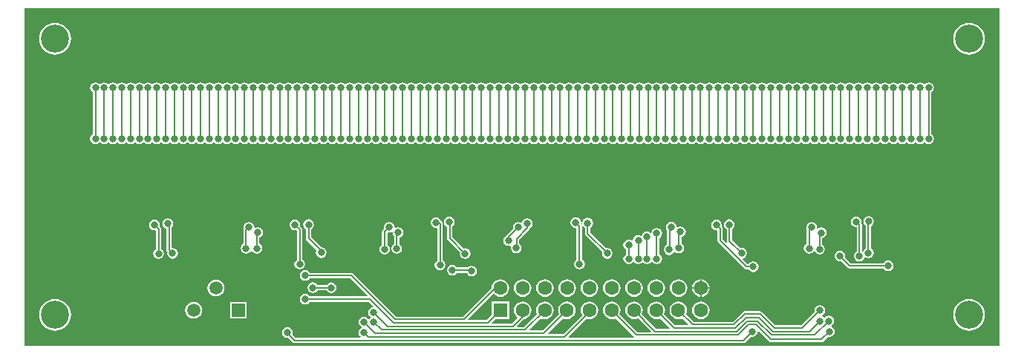
<source format=gbl>
%FSLAX43Y43*%
%MOMM*%
G71*
G01*
G75*
G04 Layer_Physical_Order=2*
G04 Layer_Color=16711680*
%ADD10R,0.800X0.800*%
%ADD11R,0.800X0.800*%
%ADD12R,1.500X1.400*%
%ADD13R,2.500X0.700*%
%ADD14R,1.100X1.100*%
%ADD15R,1.400X1.500*%
%ADD16R,2.000X0.350*%
%ADD17C,0.400*%
%ADD18C,0.200*%
%ADD19C,1.500*%
%ADD20R,1.500X1.500*%
%ADD21C,1.600*%
%ADD22R,1.600X1.600*%
%ADD23C,3.200*%
%ADD24C,0.800*%
G36*
X161200Y50000D02*
X50000D01*
Y88500D01*
X161200D01*
Y50000D01*
D02*
G37*
%LPC*%
G36*
X124590Y57579D02*
X124329Y57544D01*
X124086Y57444D01*
X123877Y57283D01*
X123716Y57074D01*
X123616Y56831D01*
X123581Y56570D01*
X123616Y56309D01*
X123716Y56066D01*
X123877Y55857D01*
X124086Y55697D01*
X124329Y55596D01*
X124590Y55561D01*
X124851Y55596D01*
X125094Y55697D01*
X125303Y55857D01*
X125464Y56066D01*
X125564Y56309D01*
X125599Y56570D01*
X125564Y56831D01*
X125464Y57074D01*
X125303Y57283D01*
X125094Y57444D01*
X124851Y57544D01*
X124590Y57579D01*
D02*
G37*
G36*
X127030Y56470D02*
X126135D01*
X126156Y56309D01*
X126257Y56066D01*
X126417Y55857D01*
X126626Y55697D01*
X126869Y55596D01*
X127030Y55575D01*
Y56470D01*
D02*
G37*
G36*
X119510Y57579D02*
X119249Y57544D01*
X119006Y57444D01*
X118797Y57283D01*
X118636Y57074D01*
X118536Y56831D01*
X118501Y56570D01*
X118536Y56309D01*
X118636Y56066D01*
X118797Y55857D01*
X119006Y55697D01*
X119249Y55596D01*
X119510Y55561D01*
X119771Y55596D01*
X120014Y55697D01*
X120223Y55857D01*
X120383Y56066D01*
X120484Y56309D01*
X120519Y56570D01*
X120484Y56831D01*
X120383Y57074D01*
X120223Y57283D01*
X120014Y57444D01*
X119771Y57544D01*
X119510Y57579D01*
D02*
G37*
G36*
X122050D02*
X121789Y57544D01*
X121546Y57444D01*
X121337Y57283D01*
X121176Y57074D01*
X121076Y56831D01*
X121041Y56570D01*
X121076Y56309D01*
X121176Y56066D01*
X121337Y55857D01*
X121546Y55697D01*
X121789Y55596D01*
X122050Y55561D01*
X122311Y55596D01*
X122554Y55697D01*
X122763Y55857D01*
X122924Y56066D01*
X123024Y56309D01*
X123059Y56570D01*
X123024Y56831D01*
X122924Y57074D01*
X122763Y57283D01*
X122554Y57444D01*
X122311Y57544D01*
X122050Y57579D01*
D02*
G37*
G36*
X128125Y56470D02*
X127230D01*
Y55575D01*
X127391Y55596D01*
X127634Y55697D01*
X127843Y55857D01*
X128003Y56066D01*
X128104Y56309D01*
X128125Y56470D01*
D02*
G37*
G36*
X127030Y57565D02*
X126869Y57544D01*
X126626Y57444D01*
X126417Y57283D01*
X126257Y57074D01*
X126156Y56831D01*
X126135Y56670D01*
X127030D01*
Y57565D01*
D02*
G37*
G36*
X127230D02*
Y56670D01*
X128125D01*
X128104Y56831D01*
X128003Y57074D01*
X127843Y57283D01*
X127634Y57444D01*
X127391Y57544D01*
X127230Y57565D01*
D02*
G37*
G36*
X82000Y58612D02*
X81766Y58565D01*
X81567Y58433D01*
X81435Y58234D01*
X81388Y58000D01*
X81435Y57766D01*
X81567Y57567D01*
X81766Y57435D01*
X82000Y57388D01*
X82234Y57435D01*
X82433Y57567D01*
X82517Y57694D01*
X87139D01*
X89110Y55723D01*
X89061Y55606D01*
X82517D01*
X82433Y55733D01*
X82234Y55865D01*
X82000Y55912D01*
X81766Y55865D01*
X81567Y55733D01*
X81435Y55534D01*
X81388Y55300D01*
X81435Y55066D01*
X81567Y54867D01*
X81766Y54735D01*
X82000Y54688D01*
X82234Y54735D01*
X82433Y54867D01*
X82517Y54994D01*
X89273D01*
X89751Y54516D01*
X89714Y54395D01*
X89566Y54365D01*
X89367Y54233D01*
X89235Y54034D01*
X89188Y53800D01*
X89235Y53566D01*
X89367Y53367D01*
X89448Y53314D01*
Y53187D01*
X89367Y53132D01*
X89313Y53052D01*
X89186D01*
X89133Y53133D01*
X88934Y53265D01*
X88700Y53312D01*
X88466Y53265D01*
X88267Y53133D01*
X88135Y52934D01*
X88088Y52700D01*
X88135Y52466D01*
X88267Y52267D01*
X88423Y52164D01*
Y52037D01*
X88267Y51932D01*
X88135Y51734D01*
X88088Y51500D01*
X88135Y51266D01*
X88267Y51067D01*
X88327Y51027D01*
X88290Y50906D01*
X80927D01*
X80565Y51267D01*
X80612Y51500D01*
X80565Y51734D01*
X80432Y51932D01*
X80234Y52065D01*
X80000Y52112D01*
X79766Y52065D01*
X79567Y51932D01*
X79435Y51734D01*
X79388Y51500D01*
X79435Y51266D01*
X79567Y51067D01*
X79766Y50935D01*
X80000Y50888D01*
X80066Y50901D01*
X80584Y50384D01*
X80584Y50384D01*
X80683Y50317D01*
X80800Y50294D01*
X132000D01*
X132000Y50294D01*
X132117Y50317D01*
X132216Y50384D01*
X132851Y51018D01*
X133000Y50988D01*
X133234Y51035D01*
X133433Y51167D01*
X133565Y51366D01*
X133611Y51598D01*
X133733Y51635D01*
X134884Y50484D01*
X134884Y50484D01*
X134943Y50444D01*
X134983Y50417D01*
X135100Y50394D01*
X140900D01*
X140900Y50394D01*
X141017Y50417D01*
X141116Y50484D01*
X141651Y51018D01*
X141800Y50988D01*
X142034Y51035D01*
X142233Y51167D01*
X142365Y51366D01*
X142412Y51600D01*
X142365Y51834D01*
X142233Y52033D01*
X142037Y52163D01*
Y52180D01*
X142062Y52307D01*
X142153Y52367D01*
X142285Y52566D01*
X142332Y52800D01*
X142285Y53034D01*
X142153Y53233D01*
X141954Y53365D01*
X141720Y53412D01*
X141486Y53365D01*
X141287Y53233D01*
X141273Y53211D01*
X141146D01*
X141132Y53232D01*
X140977Y53336D01*
Y53463D01*
X141133Y53567D01*
X141265Y53766D01*
X141312Y54000D01*
X141265Y54234D01*
X141133Y54433D01*
X140934Y54565D01*
X140700Y54612D01*
X140466Y54565D01*
X140267Y54433D01*
X140135Y54234D01*
X140088Y54000D01*
X140118Y53851D01*
X138573Y52306D01*
X135624D01*
X134113Y53816D01*
X134014Y53883D01*
X133897Y53906D01*
X133897Y53906D01*
X132103D01*
X131986Y53883D01*
X131946Y53856D01*
X131887Y53816D01*
X131887Y53816D01*
X130776Y52706D01*
X126317D01*
X125452Y53571D01*
X125534Y53769D01*
X125569Y54030D01*
X125534Y54291D01*
X125434Y54534D01*
X125273Y54743D01*
X125064Y54903D01*
X124821Y55004D01*
X124560Y55039D01*
X124299Y55004D01*
X124056Y54903D01*
X123847Y54743D01*
X123687Y54534D01*
X123586Y54291D01*
X123551Y54030D01*
X123586Y53769D01*
X123687Y53526D01*
X123847Y53317D01*
X124056Y53157D01*
X124299Y53056D01*
X124560Y53021D01*
X124821Y53056D01*
X125019Y53138D01*
X125734Y52423D01*
X125686Y52306D01*
X124207D01*
X122942Y53571D01*
X123024Y53769D01*
X123059Y54030D01*
X123024Y54291D01*
X122924Y54534D01*
X122763Y54743D01*
X122554Y54903D01*
X122311Y55004D01*
X122050Y55039D01*
X121789Y55004D01*
X121546Y54903D01*
X121337Y54743D01*
X121176Y54534D01*
X121076Y54291D01*
X121041Y54030D01*
X121076Y53769D01*
X121176Y53526D01*
X121337Y53317D01*
X121546Y53157D01*
X121789Y53056D01*
X122050Y53021D01*
X122311Y53056D01*
X122509Y53138D01*
X123624Y52023D01*
X123576Y51906D01*
X122027D01*
X120934Y52998D01*
X120933Y53007D01*
X120866Y53106D01*
X120402Y53571D01*
X120484Y53769D01*
X120519Y54030D01*
X120484Y54291D01*
X120383Y54534D01*
X120223Y54743D01*
X120014Y54903D01*
X119771Y55004D01*
X119510Y55039D01*
X119249Y55004D01*
X119006Y54903D01*
X118797Y54743D01*
X118636Y54534D01*
X118536Y54291D01*
X118501Y54030D01*
X118536Y53769D01*
X118636Y53526D01*
X118797Y53317D01*
X119006Y53157D01*
X119249Y53056D01*
X119510Y53021D01*
X119771Y53056D01*
X119969Y53138D01*
X120366Y52742D01*
X120367Y52733D01*
X120434Y52634D01*
X121444Y51623D01*
X121396Y51506D01*
X119927D01*
X117862Y53571D01*
X117944Y53769D01*
X117979Y54030D01*
X117944Y54291D01*
X117843Y54534D01*
X117683Y54743D01*
X117474Y54903D01*
X117231Y55004D01*
X116970Y55039D01*
X116709Y55004D01*
X116466Y54903D01*
X116257Y54743D01*
X116096Y54534D01*
X115996Y54291D01*
X115961Y54030D01*
X115996Y53769D01*
X116096Y53526D01*
X116257Y53317D01*
X116466Y53157D01*
X116709Y53056D01*
X116970Y53021D01*
X117231Y53056D01*
X117429Y53138D01*
X119544Y51023D01*
X119496Y50906D01*
X112104D01*
X112056Y51023D01*
X114112Y53079D01*
X114169Y53056D01*
X114430Y53021D01*
X114691Y53056D01*
X114934Y53157D01*
X115143Y53317D01*
X115303Y53526D01*
X115404Y53769D01*
X115439Y54030D01*
X115404Y54291D01*
X115303Y54534D01*
X115143Y54743D01*
X114934Y54903D01*
X114691Y55004D01*
X114430Y55039D01*
X114169Y55004D01*
X113926Y54903D01*
X113717Y54743D01*
X113557Y54534D01*
X113456Y54291D01*
X113421Y54030D01*
X113456Y53769D01*
X113557Y53526D01*
X113616Y53448D01*
X111473Y51306D01*
X109734D01*
X109686Y51423D01*
X111401Y53138D01*
X111599Y53056D01*
X111860Y53021D01*
X112121Y53056D01*
X112364Y53157D01*
X112573Y53317D01*
X112733Y53526D01*
X112834Y53769D01*
X112869Y54030D01*
X112834Y54291D01*
X112733Y54534D01*
X112573Y54743D01*
X112364Y54903D01*
X112121Y55004D01*
X111860Y55039D01*
X111599Y55004D01*
X111356Y54903D01*
X111147Y54743D01*
X110987Y54534D01*
X110886Y54291D01*
X110851Y54030D01*
X110886Y53769D01*
X110968Y53571D01*
X109103Y51706D01*
X107624D01*
X107576Y51823D01*
X108891Y53138D01*
X109089Y53056D01*
X109350Y53021D01*
X109611Y53056D01*
X109854Y53157D01*
X110063Y53317D01*
X110224Y53526D01*
X110324Y53769D01*
X110359Y54030D01*
X110324Y54291D01*
X110224Y54534D01*
X110063Y54743D01*
X109854Y54903D01*
X109611Y55004D01*
X109350Y55039D01*
X109089Y55004D01*
X108846Y54903D01*
X108637Y54743D01*
X108477Y54534D01*
X108376Y54291D01*
X108341Y54030D01*
X108376Y53769D01*
X108458Y53571D01*
X106993Y52106D01*
X106204D01*
X106156Y52223D01*
X106976Y53043D01*
X107071Y53056D01*
X107314Y53157D01*
X107523Y53317D01*
X107684Y53526D01*
X107784Y53769D01*
X107819Y54030D01*
X107784Y54291D01*
X107684Y54534D01*
X107523Y54743D01*
X107314Y54903D01*
X107071Y55004D01*
X106810Y55039D01*
X106549Y55004D01*
X106306Y54903D01*
X106097Y54743D01*
X105937Y54534D01*
X105836Y54291D01*
X105801Y54030D01*
X105836Y53769D01*
X105937Y53526D01*
X106097Y53317D01*
X106183Y53251D01*
X106191Y53124D01*
X105573Y52506D01*
X103344D01*
X103296Y52623D01*
X103703Y53030D01*
X105270D01*
Y55030D01*
X103270D01*
Y53463D01*
X102713Y52906D01*
X100604D01*
X100556Y53023D01*
X103416Y55883D01*
X103543Y55875D01*
X103557Y55857D01*
X103766Y55697D01*
X104009Y55596D01*
X104270Y55561D01*
X104531Y55596D01*
X104774Y55697D01*
X104983Y55857D01*
X105144Y56066D01*
X105244Y56309D01*
X105279Y56570D01*
X105244Y56831D01*
X105144Y57074D01*
X104983Y57283D01*
X104774Y57444D01*
X104531Y57544D01*
X104270Y57579D01*
X104009Y57544D01*
X103766Y57444D01*
X103557Y57283D01*
X103396Y57074D01*
X103296Y56831D01*
X103265Y56598D01*
X99973Y53306D01*
X92392D01*
X87482Y58216D01*
X87383Y58283D01*
X87266Y58306D01*
X87266Y58306D01*
X82517D01*
X82433Y58433D01*
X82234Y58565D01*
X82000Y58612D01*
D02*
G37*
G36*
X71835Y57523D02*
X71587Y57491D01*
X71356Y57395D01*
X71157Y57243D01*
X71005Y57044D01*
X70909Y56813D01*
X70877Y56565D01*
X70909Y56317D01*
X71005Y56086D01*
X71157Y55887D01*
X71356Y55735D01*
X71587Y55639D01*
X71835Y55607D01*
X72083Y55639D01*
X72314Y55735D01*
X72513Y55887D01*
X72665Y56086D01*
X72761Y56317D01*
X72793Y56565D01*
X72761Y56813D01*
X72665Y57044D01*
X72513Y57243D01*
X72314Y57395D01*
X72083Y57491D01*
X71835Y57523D01*
D02*
G37*
G36*
X116970Y57579D02*
X116709Y57544D01*
X116466Y57444D01*
X116257Y57283D01*
X116096Y57074D01*
X115996Y56831D01*
X115961Y56570D01*
X115996Y56309D01*
X116096Y56066D01*
X116257Y55857D01*
X116466Y55697D01*
X116709Y55596D01*
X116970Y55561D01*
X117231Y55596D01*
X117474Y55697D01*
X117683Y55857D01*
X117843Y56066D01*
X117944Y56309D01*
X117979Y56570D01*
X117944Y56831D01*
X117843Y57074D01*
X117683Y57283D01*
X117474Y57444D01*
X117231Y57544D01*
X116970Y57579D01*
D02*
G37*
G36*
X127130Y55039D02*
X126869Y55004D01*
X126626Y54903D01*
X126417Y54743D01*
X126257Y54534D01*
X126156Y54291D01*
X126121Y54030D01*
X126156Y53769D01*
X126257Y53526D01*
X126417Y53317D01*
X126626Y53157D01*
X126869Y53056D01*
X127130Y53021D01*
X127391Y53056D01*
X127634Y53157D01*
X127843Y53317D01*
X128003Y53526D01*
X128104Y53769D01*
X128139Y54030D01*
X128104Y54291D01*
X128003Y54534D01*
X127843Y54743D01*
X127634Y54903D01*
X127391Y55004D01*
X127130Y55039D01*
D02*
G37*
G36*
X69295Y54983D02*
X69047Y54951D01*
X68816Y54855D01*
X68617Y54703D01*
X68465Y54504D01*
X68369Y54273D01*
X68337Y54025D01*
X68369Y53777D01*
X68465Y53546D01*
X68617Y53347D01*
X68816Y53195D01*
X69047Y53099D01*
X69295Y53067D01*
X69543Y53099D01*
X69774Y53195D01*
X69973Y53347D01*
X70125Y53546D01*
X70221Y53777D01*
X70253Y54025D01*
X70221Y54273D01*
X70125Y54504D01*
X69973Y54703D01*
X69774Y54855D01*
X69543Y54951D01*
X69295Y54983D01*
D02*
G37*
G36*
X53500Y55309D02*
X53147Y55274D01*
X52808Y55171D01*
X52495Y55004D01*
X52221Y54779D01*
X51996Y54505D01*
X51829Y54192D01*
X51726Y53853D01*
X51691Y53500D01*
X51726Y53147D01*
X51829Y52808D01*
X51996Y52495D01*
X52221Y52221D01*
X52495Y51996D01*
X52808Y51829D01*
X53147Y51726D01*
X53500Y51691D01*
X53853Y51726D01*
X54192Y51829D01*
X54505Y51996D01*
X54779Y52221D01*
X55004Y52495D01*
X55171Y52808D01*
X55274Y53147D01*
X55309Y53500D01*
X55274Y53853D01*
X55171Y54192D01*
X55004Y54505D01*
X54779Y54779D01*
X54505Y55004D01*
X54192Y55171D01*
X53853Y55274D01*
X53500Y55309D01*
D02*
G37*
G36*
X157700D02*
X157347Y55274D01*
X157008Y55171D01*
X156695Y55004D01*
X156421Y54779D01*
X156196Y54505D01*
X156029Y54192D01*
X155926Y53853D01*
X155891Y53500D01*
X155926Y53147D01*
X156029Y52808D01*
X156196Y52495D01*
X156421Y52221D01*
X156695Y51996D01*
X157008Y51829D01*
X157347Y51726D01*
X157700Y51691D01*
X158053Y51726D01*
X158392Y51829D01*
X158705Y51996D01*
X158979Y52221D01*
X159204Y52495D01*
X159371Y52808D01*
X159474Y53147D01*
X159509Y53500D01*
X159474Y53853D01*
X159371Y54192D01*
X159204Y54505D01*
X158979Y54779D01*
X158705Y55004D01*
X158392Y55171D01*
X158053Y55274D01*
X157700Y55309D01*
D02*
G37*
G36*
X75325Y54975D02*
X73425D01*
Y53075D01*
X75325D01*
Y54975D01*
D02*
G37*
G36*
X111890Y57579D02*
X111629Y57544D01*
X111386Y57444D01*
X111177Y57283D01*
X111017Y57074D01*
X110916Y56831D01*
X110881Y56570D01*
X110916Y56309D01*
X111017Y56066D01*
X111177Y55857D01*
X111386Y55697D01*
X111629Y55596D01*
X111890Y55561D01*
X112151Y55596D01*
X112394Y55697D01*
X112603Y55857D01*
X112763Y56066D01*
X112864Y56309D01*
X112899Y56570D01*
X112864Y56831D01*
X112763Y57074D01*
X112603Y57283D01*
X112394Y57444D01*
X112151Y57544D01*
X111890Y57579D01*
D02*
G37*
G36*
X114430D02*
X114169Y57544D01*
X113926Y57444D01*
X113717Y57283D01*
X113557Y57074D01*
X113456Y56831D01*
X113421Y56570D01*
X113456Y56309D01*
X113557Y56066D01*
X113717Y55857D01*
X113926Y55697D01*
X114169Y55596D01*
X114430Y55561D01*
X114691Y55596D01*
X114934Y55697D01*
X115143Y55857D01*
X115303Y56066D01*
X115404Y56309D01*
X115439Y56570D01*
X115404Y56831D01*
X115303Y57074D01*
X115143Y57283D01*
X114934Y57444D01*
X114691Y57544D01*
X114430Y57579D01*
D02*
G37*
G36*
X106810D02*
X106549Y57544D01*
X106306Y57444D01*
X106097Y57283D01*
X105937Y57074D01*
X105836Y56831D01*
X105801Y56570D01*
X105836Y56309D01*
X105937Y56066D01*
X106097Y55857D01*
X106306Y55697D01*
X106549Y55596D01*
X106810Y55561D01*
X107071Y55596D01*
X107314Y55697D01*
X107523Y55857D01*
X107684Y56066D01*
X107784Y56309D01*
X107819Y56570D01*
X107784Y56831D01*
X107684Y57074D01*
X107523Y57283D01*
X107314Y57444D01*
X107071Y57544D01*
X106810Y57579D01*
D02*
G37*
G36*
X109350D02*
X109089Y57544D01*
X108846Y57444D01*
X108637Y57283D01*
X108477Y57074D01*
X108376Y56831D01*
X108341Y56570D01*
X108376Y56309D01*
X108477Y56066D01*
X108637Y55857D01*
X108846Y55697D01*
X109089Y55596D01*
X109350Y55561D01*
X109611Y55596D01*
X109854Y55697D01*
X110063Y55857D01*
X110224Y56066D01*
X110324Y56309D01*
X110359Y56570D01*
X110324Y56831D01*
X110224Y57074D01*
X110063Y57283D01*
X109854Y57444D01*
X109611Y57544D01*
X109350Y57579D01*
D02*
G37*
G36*
X85000Y57212D02*
X84766Y57165D01*
X84567Y57033D01*
X84483Y56906D01*
X83417D01*
X83333Y57033D01*
X83134Y57165D01*
X82900Y57212D01*
X82666Y57165D01*
X82467Y57033D01*
X82335Y56834D01*
X82288Y56600D01*
X82335Y56366D01*
X82467Y56167D01*
X82666Y56035D01*
X82900Y55988D01*
X83134Y56035D01*
X83333Y56167D01*
X83417Y56294D01*
X84483D01*
X84567Y56167D01*
X84766Y56035D01*
X85000Y55988D01*
X85234Y56035D01*
X85433Y56167D01*
X85565Y56366D01*
X85612Y56600D01*
X85565Y56834D01*
X85433Y57033D01*
X85323Y57106D01*
X85316Y57116D01*
X85217Y57182D01*
X85100Y57206D01*
X85100Y57206D01*
X85030D01*
X85000Y57212D01*
D02*
G37*
G36*
X146257Y64762D02*
X146023Y64715D01*
X145825Y64583D01*
X145692Y64384D01*
X145645Y64150D01*
X145692Y63916D01*
X145825Y63717D01*
X145926Y63649D01*
Y61095D01*
X145800Y61011D01*
X145667Y60812D01*
X145654Y60745D01*
X145611Y60728D01*
X145506Y60799D01*
Y63775D01*
X145506Y63775D01*
X145483Y63892D01*
X145431Y63970D01*
X145462Y64125D01*
X145415Y64359D01*
X145283Y64558D01*
X145084Y64690D01*
X144850Y64737D01*
X144616Y64690D01*
X144417Y64558D01*
X144285Y64359D01*
X144238Y64125D01*
X144285Y63891D01*
X144417Y63692D01*
X144616Y63560D01*
X144850Y63513D01*
X144894Y63477D01*
Y60717D01*
X144767Y60633D01*
X144635Y60434D01*
X144588Y60200D01*
X144635Y59966D01*
X144767Y59767D01*
X144966Y59635D01*
X145200Y59588D01*
X145434Y59635D01*
X145633Y59767D01*
X145765Y59966D01*
X145778Y60032D01*
X145896Y60081D01*
X145998Y60013D01*
X146232Y59966D01*
X146466Y60013D01*
X146665Y60145D01*
X146797Y60344D01*
X146844Y60578D01*
X146797Y60812D01*
X146665Y61011D01*
X146538Y61095D01*
Y63616D01*
X146690Y63717D01*
X146822Y63916D01*
X146869Y64150D01*
X146822Y64384D01*
X146690Y64583D01*
X146491Y64715D01*
X146257Y64762D01*
D02*
G37*
G36*
X130375Y64412D02*
X130141Y64365D01*
X129942Y64233D01*
X129810Y64034D01*
X129763Y63800D01*
X129810Y63566D01*
X129942Y63367D01*
X130094Y63266D01*
Y61934D01*
X130094Y61934D01*
X130114Y61835D01*
X130002Y61775D01*
X129638Y62139D01*
Y63342D01*
X129638Y63342D01*
X129615Y63459D01*
X129549Y63559D01*
X129549Y63559D01*
X129482Y63626D01*
X129512Y63775D01*
X129465Y64009D01*
X129333Y64208D01*
X129134Y64340D01*
X128900Y64387D01*
X128666Y64340D01*
X128467Y64208D01*
X128335Y64009D01*
X128288Y63775D01*
X128335Y63541D01*
X128467Y63342D01*
X128666Y63210D01*
X128900Y63163D01*
X128929Y63169D01*
X129027Y63088D01*
Y62012D01*
X129027Y62012D01*
X129050Y61895D01*
X129116Y61796D01*
X132128Y58784D01*
X132128Y58784D01*
X132227Y58717D01*
X132344Y58694D01*
X132583D01*
X132667Y58567D01*
X132866Y58435D01*
X133100Y58388D01*
X133334Y58435D01*
X133533Y58567D01*
X133665Y58766D01*
X133712Y59000D01*
X133665Y59234D01*
X133533Y59433D01*
X133334Y59565D01*
X133100Y59612D01*
X132866Y59565D01*
X132667Y59433D01*
X132594Y59322D01*
X132467Y59310D01*
X131922Y59855D01*
X131959Y59977D01*
X132016Y59988D01*
X132214Y60120D01*
X132347Y60319D01*
X132393Y60553D01*
X132347Y60787D01*
X132214Y60986D01*
X132016Y61118D01*
X131781Y61165D01*
X131632Y61135D01*
X130706Y62061D01*
Y63299D01*
X130808Y63367D01*
X130940Y63566D01*
X130987Y63800D01*
X130940Y64034D01*
X130808Y64233D01*
X130609Y64365D01*
X130375Y64412D01*
D02*
G37*
G36*
X123750Y64137D02*
X123516Y64090D01*
X123317Y63958D01*
X123185Y63759D01*
X123138Y63525D01*
X123185Y63291D01*
X123244Y63202D01*
Y61484D01*
X123092Y61383D01*
X122960Y61184D01*
X122913Y60950D01*
X122960Y60716D01*
X123092Y60517D01*
X123291Y60385D01*
X123525Y60338D01*
X123759Y60385D01*
X123958Y60517D01*
X124090Y60716D01*
X124169Y60732D01*
X124177Y60720D01*
X124375Y60588D01*
X124609Y60541D01*
X124843Y60588D01*
X125042Y60720D01*
X125174Y60919D01*
X125221Y61153D01*
X125174Y61387D01*
X125042Y61586D01*
X124915Y61670D01*
Y62386D01*
X125034Y62410D01*
X125233Y62542D01*
X125365Y62741D01*
X125412Y62975D01*
X125365Y63209D01*
X125233Y63408D01*
X125034Y63540D01*
X124800Y63587D01*
X124566Y63540D01*
X124502Y63497D01*
X124384Y63521D01*
X124361Y63530D01*
X124315Y63759D01*
X124183Y63958D01*
X123984Y64090D01*
X123750Y64137D01*
D02*
G37*
G36*
X91600Y64112D02*
X91366Y64065D01*
X91167Y63933D01*
X91035Y63734D01*
X90988Y63500D01*
X91018Y63351D01*
X90859Y63191D01*
X90792Y63092D01*
X90769Y62975D01*
X90769Y62975D01*
Y61517D01*
X90647Y61436D01*
X90514Y61237D01*
X90468Y61003D01*
X90514Y60769D01*
X90647Y60570D01*
X90845Y60438D01*
X91079Y60391D01*
X91314Y60438D01*
X91512Y60570D01*
X91645Y60769D01*
X91691Y61003D01*
X91645Y61237D01*
X91512Y61436D01*
X91381Y61523D01*
Y62832D01*
X91479Y62912D01*
X91600Y62888D01*
X91834Y62935D01*
X91885Y62969D01*
X91988Y62900D01*
X92035Y62666D01*
X92149Y62496D01*
Y61595D01*
X92022Y61511D01*
X91889Y61312D01*
X91843Y61078D01*
X91889Y60844D01*
X92022Y60645D01*
X92220Y60513D01*
X92455Y60466D01*
X92689Y60513D01*
X92887Y60645D01*
X93020Y60844D01*
X93066Y61078D01*
X93020Y61312D01*
X92887Y61511D01*
X92760Y61595D01*
Y62320D01*
X92834Y62335D01*
X93033Y62467D01*
X93165Y62666D01*
X93212Y62900D01*
X93165Y63134D01*
X93033Y63333D01*
X92834Y63465D01*
X92600Y63512D01*
X92366Y63465D01*
X92315Y63431D01*
X92212Y63500D01*
X92165Y63734D01*
X92033Y63933D01*
X91834Y64065D01*
X91600Y64112D01*
D02*
G37*
G36*
X75600D02*
X75366Y64065D01*
X75167Y63933D01*
X75035Y63734D01*
X74988Y63500D01*
X75021Y63335D01*
X74992Y63292D01*
X74969Y63175D01*
X74969Y63175D01*
Y61617D01*
X74842Y61533D01*
X74710Y61334D01*
X74663Y61100D01*
X74710Y60866D01*
X74842Y60667D01*
X75041Y60535D01*
X75275Y60488D01*
X75509Y60535D01*
X75708Y60667D01*
X75824Y60842D01*
X75951D01*
X76067Y60667D01*
X76266Y60535D01*
X76500Y60488D01*
X76734Y60535D01*
X76933Y60667D01*
X77065Y60866D01*
X77112Y61100D01*
X77065Y61334D01*
X76933Y61533D01*
X76806Y61617D01*
Y62329D01*
X76834Y62335D01*
X77033Y62467D01*
X77165Y62666D01*
X77212Y62900D01*
X77165Y63134D01*
X77033Y63333D01*
X76834Y63465D01*
X76600Y63512D01*
X76366Y63465D01*
X76315Y63431D01*
X76212Y63500D01*
X76165Y63734D01*
X76033Y63933D01*
X75834Y64065D01*
X75600Y64112D01*
D02*
G37*
G36*
X53500Y86809D02*
X53147Y86774D01*
X52808Y86671D01*
X52495Y86504D01*
X52221Y86279D01*
X51996Y86005D01*
X51829Y85692D01*
X51726Y85353D01*
X51691Y85000D01*
X51726Y84647D01*
X51829Y84308D01*
X51996Y83995D01*
X52221Y83721D01*
X52495Y83496D01*
X52808Y83329D01*
X53147Y83226D01*
X53500Y83191D01*
X53853Y83226D01*
X54192Y83329D01*
X54505Y83496D01*
X54779Y83721D01*
X55004Y83995D01*
X55171Y84308D01*
X55274Y84647D01*
X55309Y85000D01*
X55274Y85353D01*
X55171Y85692D01*
X55004Y86005D01*
X54779Y86279D01*
X54505Y86504D01*
X54192Y86671D01*
X53853Y86774D01*
X53500Y86809D01*
D02*
G37*
G36*
X157700D02*
X157347Y86774D01*
X157008Y86671D01*
X156695Y86504D01*
X156421Y86279D01*
X156196Y86005D01*
X156029Y85692D01*
X155926Y85353D01*
X155891Y85000D01*
X155926Y84647D01*
X156029Y84308D01*
X156196Y83995D01*
X156421Y83721D01*
X156695Y83496D01*
X157008Y83329D01*
X157347Y83226D01*
X157700Y83191D01*
X158053Y83226D01*
X158392Y83329D01*
X158705Y83496D01*
X158979Y83721D01*
X159204Y83995D01*
X159371Y84308D01*
X159474Y84647D01*
X159509Y85000D01*
X159474Y85353D01*
X159371Y85692D01*
X159204Y86005D01*
X158979Y86279D01*
X158705Y86504D01*
X158392Y86671D01*
X158053Y86774D01*
X157700Y86809D01*
D02*
G37*
G36*
X142100Y80012D02*
X141866Y79965D01*
X141667Y79833D01*
X141663Y79827D01*
X141536D01*
X141533Y79833D01*
X141334Y79965D01*
X141100Y80012D01*
X140866Y79965D01*
X140667Y79833D01*
X140663Y79827D01*
X140536D01*
X140533Y79833D01*
X140334Y79965D01*
X140100Y80012D01*
X139866Y79965D01*
X139667Y79833D01*
X139663Y79827D01*
X139536D01*
X139533Y79833D01*
X139334Y79965D01*
X139100Y80012D01*
X138866Y79965D01*
X138667Y79833D01*
X138663Y79827D01*
X138536D01*
X138533Y79833D01*
X138334Y79965D01*
X138100Y80012D01*
X137866Y79965D01*
X137667Y79833D01*
X137663Y79827D01*
X137536D01*
X137533Y79833D01*
X137334Y79965D01*
X137100Y80012D01*
X136866Y79965D01*
X136667Y79833D01*
X136663Y79827D01*
X136536D01*
X136533Y79833D01*
X136334Y79965D01*
X136100Y80012D01*
X135866Y79965D01*
X135667Y79833D01*
X135663Y79827D01*
X135536D01*
X135533Y79833D01*
X135334Y79965D01*
X135100Y80012D01*
X134866Y79965D01*
X134667Y79833D01*
X134663Y79827D01*
X134536D01*
X134533Y79833D01*
X134334Y79965D01*
X134100Y80012D01*
X133866Y79965D01*
X133667Y79833D01*
X133663Y79827D01*
X133536D01*
X133533Y79833D01*
X133334Y79965D01*
X133100Y80012D01*
X132866Y79965D01*
X132667Y79833D01*
X132663Y79827D01*
X132536D01*
X132533Y79833D01*
X132334Y79965D01*
X132100Y80012D01*
X131866Y79965D01*
X131667Y79833D01*
X131663Y79827D01*
X131536D01*
X131533Y79833D01*
X131334Y79965D01*
X131100Y80012D01*
X130866Y79965D01*
X130667Y79833D01*
X130663Y79827D01*
X130536D01*
X130533Y79833D01*
X130334Y79965D01*
X130100Y80012D01*
X129866Y79965D01*
X129667Y79833D01*
X129663Y79827D01*
X129536D01*
X129533Y79833D01*
X129334Y79965D01*
X129100Y80012D01*
X128866Y79965D01*
X128667Y79833D01*
X128663Y79827D01*
X128536D01*
X128533Y79833D01*
X128334Y79965D01*
X128100Y80012D01*
X127866Y79965D01*
X127667Y79833D01*
X127663Y79827D01*
X127536D01*
X127533Y79833D01*
X127334Y79965D01*
X127100Y80012D01*
X126866Y79965D01*
X126667Y79833D01*
X126663Y79827D01*
X126536D01*
X126533Y79833D01*
X126334Y79965D01*
X126100Y80012D01*
X125866Y79965D01*
X125667Y79833D01*
X125663Y79827D01*
X125536D01*
X125533Y79833D01*
X125334Y79965D01*
X125100Y80012D01*
X124866Y79965D01*
X124667Y79833D01*
X124663Y79827D01*
X124536D01*
X124533Y79833D01*
X124334Y79965D01*
X124100Y80012D01*
X123866Y79965D01*
X123667Y79833D01*
X123663Y79827D01*
X123536D01*
X123533Y79833D01*
X123334Y79965D01*
X123100Y80012D01*
X122866Y79965D01*
X122667Y79833D01*
X122663Y79827D01*
X122536D01*
X122533Y79833D01*
X122334Y79965D01*
X122100Y80012D01*
X121866Y79965D01*
X121667Y79833D01*
X121663Y79827D01*
X121536D01*
X121533Y79833D01*
X121334Y79965D01*
X121100Y80012D01*
X120866Y79965D01*
X120667Y79833D01*
X120663Y79827D01*
X120536D01*
X120533Y79833D01*
X120334Y79965D01*
X120100Y80012D01*
X119866Y79965D01*
X119667Y79833D01*
X119663Y79827D01*
X119536D01*
X119533Y79833D01*
X119334Y79965D01*
X119100Y80012D01*
X118866Y79965D01*
X118667Y79833D01*
X118663Y79827D01*
X118536D01*
X118533Y79833D01*
X118334Y79965D01*
X118100Y80012D01*
X117866Y79965D01*
X117667Y79833D01*
X117663Y79827D01*
X117536D01*
X117533Y79833D01*
X117334Y79965D01*
X117100Y80012D01*
X116866Y79965D01*
X116667Y79833D01*
X116663Y79827D01*
X116536D01*
X116533Y79833D01*
X116334Y79965D01*
X116100Y80012D01*
X115866Y79965D01*
X115667Y79833D01*
X115663Y79827D01*
X115536D01*
X115533Y79833D01*
X115334Y79965D01*
X115100Y80012D01*
X114866Y79965D01*
X114667Y79833D01*
X114663Y79827D01*
X114536D01*
X114533Y79833D01*
X114334Y79965D01*
X114100Y80012D01*
X113866Y79965D01*
X113667Y79833D01*
X113663Y79827D01*
X113536D01*
X113533Y79833D01*
X113334Y79965D01*
X113100Y80012D01*
X112866Y79965D01*
X112667Y79833D01*
X112663Y79827D01*
X112536D01*
X112533Y79833D01*
X112334Y79965D01*
X112100Y80012D01*
X111866Y79965D01*
X111667Y79833D01*
X111663Y79827D01*
X111536D01*
X111533Y79833D01*
X111334Y79965D01*
X111100Y80012D01*
X110866Y79965D01*
X110667Y79833D01*
X110663Y79827D01*
X110536D01*
X110533Y79833D01*
X110334Y79965D01*
X110100Y80012D01*
X109866Y79965D01*
X109667Y79833D01*
X109663Y79827D01*
X109536D01*
X109533Y79833D01*
X109334Y79965D01*
X109100Y80012D01*
X108866Y79965D01*
X108667Y79833D01*
X108663Y79827D01*
X108536D01*
X108533Y79833D01*
X108334Y79965D01*
X108100Y80012D01*
X107866Y79965D01*
X107667Y79833D01*
X107663Y79827D01*
X107536D01*
X107533Y79833D01*
X107334Y79965D01*
X107100Y80012D01*
X106866Y79965D01*
X106667Y79833D01*
X106663Y79827D01*
X106536D01*
X106533Y79833D01*
X106334Y79965D01*
X106100Y80012D01*
X105866Y79965D01*
X105667Y79833D01*
X105663Y79827D01*
X105536D01*
X105533Y79833D01*
X105334Y79965D01*
X105100Y80012D01*
X104866Y79965D01*
X104667Y79833D01*
X104663Y79827D01*
X104536D01*
X104533Y79833D01*
X104334Y79965D01*
X104100Y80012D01*
X103866Y79965D01*
X103667Y79833D01*
X103663Y79827D01*
X103536D01*
X103533Y79833D01*
X103334Y79965D01*
X103100Y80012D01*
X102866Y79965D01*
X102667Y79833D01*
X102663Y79827D01*
X102536D01*
X102533Y79833D01*
X102334Y79965D01*
X102100Y80012D01*
X101866Y79965D01*
X101667Y79833D01*
X101663Y79827D01*
X101536D01*
X101533Y79833D01*
X101334Y79965D01*
X101100Y80012D01*
X100866Y79965D01*
X100667Y79833D01*
X100663Y79827D01*
X100536D01*
X100533Y79833D01*
X100334Y79965D01*
X100100Y80012D01*
X99866Y79965D01*
X99667Y79833D01*
X99663Y79827D01*
X99536D01*
X99533Y79833D01*
X99334Y79965D01*
X99100Y80012D01*
X98866Y79965D01*
X98667Y79833D01*
X98663Y79827D01*
X98536D01*
X98533Y79833D01*
X98334Y79965D01*
X98100Y80012D01*
X97866Y79965D01*
X97667Y79833D01*
X97663Y79827D01*
X97536D01*
X97533Y79833D01*
X97334Y79965D01*
X97100Y80012D01*
X96866Y79965D01*
X96667Y79833D01*
X96663Y79827D01*
X96536D01*
X96533Y79833D01*
X96334Y79965D01*
X96100Y80012D01*
X95866Y79965D01*
X95667Y79833D01*
X95663Y79827D01*
X95536D01*
X95533Y79833D01*
X95334Y79965D01*
X95100Y80012D01*
X94866Y79965D01*
X94667Y79833D01*
X94663Y79827D01*
X94536D01*
X94533Y79833D01*
X94334Y79965D01*
X94100Y80012D01*
X93866Y79965D01*
X93667Y79833D01*
X93663Y79827D01*
X93536D01*
X93533Y79833D01*
X93334Y79965D01*
X93100Y80012D01*
X92866Y79965D01*
X92667Y79833D01*
X92663Y79827D01*
X92536D01*
X92533Y79833D01*
X92334Y79965D01*
X92100Y80012D01*
X91866Y79965D01*
X91667Y79833D01*
X91663Y79827D01*
X91536D01*
X91533Y79833D01*
X91334Y79965D01*
X91100Y80012D01*
X90866Y79965D01*
X90667Y79833D01*
X90663Y79827D01*
X90536D01*
X90533Y79833D01*
X90334Y79965D01*
X90100Y80012D01*
X89866Y79965D01*
X89667Y79833D01*
X89663Y79827D01*
X89536D01*
X89533Y79833D01*
X89334Y79965D01*
X89100Y80012D01*
X88866Y79965D01*
X88667Y79833D01*
X88663Y79827D01*
X88536D01*
X88533Y79833D01*
X88334Y79965D01*
X88100Y80012D01*
X87866Y79965D01*
X87667Y79833D01*
X87663Y79827D01*
X87536D01*
X87533Y79833D01*
X87334Y79965D01*
X87100Y80012D01*
X86866Y79965D01*
X86667Y79833D01*
X86663Y79827D01*
X86536D01*
X86533Y79833D01*
X86334Y79965D01*
X86100Y80012D01*
X85866Y79965D01*
X85667Y79833D01*
X85663Y79827D01*
X85536D01*
X85533Y79833D01*
X85334Y79965D01*
X85100Y80012D01*
X84866Y79965D01*
X84667Y79833D01*
X84663Y79827D01*
X84536D01*
X84533Y79833D01*
X84334Y79965D01*
X84100Y80012D01*
X83866Y79965D01*
X83667Y79833D01*
X83663Y79827D01*
X83536D01*
X83533Y79833D01*
X83334Y79965D01*
X83100Y80012D01*
X82866Y79965D01*
X82667Y79833D01*
X82663Y79827D01*
X82536D01*
X82533Y79833D01*
X82334Y79965D01*
X82100Y80012D01*
X81866Y79965D01*
X81667Y79833D01*
X81663Y79827D01*
X81536D01*
X81533Y79833D01*
X81334Y79965D01*
X81100Y80012D01*
X80866Y79965D01*
X80667Y79833D01*
X80663Y79827D01*
X80536D01*
X80533Y79833D01*
X80334Y79965D01*
X80100Y80012D01*
X79866Y79965D01*
X79667Y79833D01*
X79663Y79827D01*
X79536D01*
X79533Y79833D01*
X79334Y79965D01*
X79100Y80012D01*
X78866Y79965D01*
X78667Y79833D01*
X78663Y79827D01*
X78536D01*
X78533Y79833D01*
X78334Y79965D01*
X78100Y80012D01*
X77866Y79965D01*
X77667Y79833D01*
X77663Y79827D01*
X77536D01*
X77533Y79833D01*
X77334Y79965D01*
X77100Y80012D01*
X76866Y79965D01*
X76667Y79833D01*
X76663Y79827D01*
X76536D01*
X76533Y79833D01*
X76334Y79965D01*
X76100Y80012D01*
X75866Y79965D01*
X75667Y79833D01*
X75663Y79827D01*
X75536D01*
X75533Y79833D01*
X75334Y79965D01*
X75100Y80012D01*
X74866Y79965D01*
X74667Y79833D01*
X74663Y79827D01*
X74536D01*
X74533Y79833D01*
X74334Y79965D01*
X74100Y80012D01*
X73866Y79965D01*
X73667Y79833D01*
X73663Y79827D01*
X73536D01*
X73533Y79833D01*
X73334Y79965D01*
X73100Y80012D01*
X72866Y79965D01*
X72667Y79833D01*
X72663Y79827D01*
X72536D01*
X72533Y79833D01*
X72334Y79965D01*
X72100Y80012D01*
X71866Y79965D01*
X71667Y79833D01*
X71663Y79827D01*
X71536D01*
X71533Y79833D01*
X71334Y79965D01*
X71100Y80012D01*
X70866Y79965D01*
X70667Y79833D01*
X70663Y79827D01*
X70536D01*
X70533Y79833D01*
X70334Y79965D01*
X70100Y80012D01*
X69866Y79965D01*
X69667Y79833D01*
X69663Y79827D01*
X69536D01*
X69533Y79833D01*
X69334Y79965D01*
X69100Y80012D01*
X68866Y79965D01*
X68667Y79833D01*
X68663Y79827D01*
X68536D01*
X68533Y79833D01*
X68334Y79965D01*
X68100Y80012D01*
X67866Y79965D01*
X67667Y79833D01*
X67663Y79827D01*
X67536D01*
X67533Y79833D01*
X67334Y79965D01*
X67100Y80012D01*
X66866Y79965D01*
X66667Y79833D01*
X66663Y79827D01*
X66536D01*
X66533Y79833D01*
X66334Y79965D01*
X66100Y80012D01*
X65866Y79965D01*
X65667Y79833D01*
X65663Y79827D01*
X65536D01*
X65533Y79833D01*
X65334Y79965D01*
X65100Y80012D01*
X64866Y79965D01*
X64667Y79833D01*
X64663Y79827D01*
X64536D01*
X64533Y79833D01*
X64334Y79965D01*
X64100Y80012D01*
X63866Y79965D01*
X63667Y79833D01*
X63664Y79827D01*
X63536D01*
X63533Y79833D01*
X63334Y79965D01*
X63100Y80012D01*
X62866Y79965D01*
X62667Y79833D01*
X62664Y79827D01*
X62536D01*
X62533Y79833D01*
X62334Y79965D01*
X62100Y80012D01*
X61866Y79965D01*
X61667Y79833D01*
X61664Y79827D01*
X61536D01*
X61533Y79833D01*
X61334Y79965D01*
X61100Y80012D01*
X60866Y79965D01*
X60667Y79833D01*
X60664Y79827D01*
X60536D01*
X60533Y79833D01*
X60334Y79965D01*
X60100Y80012D01*
X59866Y79965D01*
X59667Y79833D01*
X59664Y79827D01*
X59536D01*
X59533Y79833D01*
X59334Y79965D01*
X59100Y80012D01*
X58866Y79965D01*
X58667Y79833D01*
X58664Y79827D01*
X58536D01*
X58533Y79833D01*
X58334Y79965D01*
X58100Y80012D01*
X57866Y79965D01*
X57667Y79833D01*
X57535Y79634D01*
X57488Y79400D01*
X57535Y79166D01*
X57667Y78967D01*
X57794Y78883D01*
Y74117D01*
X57667Y74033D01*
X57535Y73834D01*
X57488Y73600D01*
X57535Y73366D01*
X57667Y73167D01*
X57866Y73035D01*
X58100Y72988D01*
X58334Y73035D01*
X58533Y73167D01*
X58536Y73173D01*
X58664D01*
X58667Y73167D01*
X58866Y73035D01*
X59100Y72988D01*
X59334Y73035D01*
X59533Y73167D01*
X59533Y73168D01*
X59660D01*
X59667Y73157D01*
X59866Y73025D01*
X60100Y72978D01*
X60334Y73025D01*
X60533Y73157D01*
X60540Y73168D01*
X60667D01*
X60667Y73167D01*
X60866Y73035D01*
X61100Y72988D01*
X61334Y73035D01*
X61533Y73167D01*
X61536Y73173D01*
X61664D01*
X61667Y73167D01*
X61866Y73035D01*
X62100Y72988D01*
X62334Y73035D01*
X62533Y73167D01*
X62536Y73173D01*
X62664D01*
X62667Y73167D01*
X62866Y73035D01*
X63100Y72988D01*
X63334Y73035D01*
X63533Y73167D01*
X63536Y73173D01*
X63664D01*
X63667Y73167D01*
X63866Y73035D01*
X64100Y72988D01*
X64334Y73035D01*
X64533Y73167D01*
X64536Y73173D01*
X64663D01*
X64667Y73167D01*
X64866Y73035D01*
X65100Y72988D01*
X65334Y73035D01*
X65533Y73167D01*
X65536Y73173D01*
X65663D01*
X65667Y73167D01*
X65866Y73035D01*
X66100Y72988D01*
X66334Y73035D01*
X66533Y73167D01*
X66536Y73173D01*
X66663D01*
X66667Y73167D01*
X66866Y73035D01*
X67100Y72988D01*
X67334Y73035D01*
X67533Y73167D01*
X67536Y73173D01*
X67663D01*
X67667Y73167D01*
X67866Y73035D01*
X68100Y72988D01*
X68334Y73035D01*
X68533Y73167D01*
X68536Y73173D01*
X68663D01*
X68667Y73167D01*
X68866Y73035D01*
X69100Y72988D01*
X69334Y73035D01*
X69533Y73167D01*
X69536Y73173D01*
X69663D01*
X69667Y73167D01*
X69866Y73035D01*
X70100Y72988D01*
X70334Y73035D01*
X70533Y73167D01*
X70536Y73173D01*
X70663D01*
X70667Y73167D01*
X70866Y73035D01*
X71100Y72988D01*
X71334Y73035D01*
X71533Y73167D01*
X71536Y73173D01*
X71663D01*
X71667Y73167D01*
X71866Y73035D01*
X72100Y72988D01*
X72334Y73035D01*
X72533Y73167D01*
X72536Y73173D01*
X72663D01*
X72667Y73167D01*
X72866Y73035D01*
X73100Y72988D01*
X73334Y73035D01*
X73533Y73167D01*
X73536Y73173D01*
X73663D01*
X73667Y73167D01*
X73866Y73035D01*
X74100Y72988D01*
X74334Y73035D01*
X74533Y73167D01*
X74536Y73173D01*
X74663D01*
X74667Y73167D01*
X74866Y73035D01*
X75100Y72988D01*
X75334Y73035D01*
X75533Y73167D01*
X75536Y73173D01*
X75663D01*
X75667Y73167D01*
X75866Y73035D01*
X76100Y72988D01*
X76334Y73035D01*
X76533Y73167D01*
X76536Y73173D01*
X76663D01*
X76667Y73167D01*
X76866Y73035D01*
X77100Y72988D01*
X77334Y73035D01*
X77533Y73167D01*
X77536Y73173D01*
X77663D01*
X77667Y73167D01*
X77866Y73035D01*
X78100Y72988D01*
X78334Y73035D01*
X78533Y73167D01*
X78533Y73168D01*
X78660D01*
X78667Y73157D01*
X78866Y73025D01*
X79100Y72978D01*
X79334Y73025D01*
X79533Y73157D01*
X79540Y73168D01*
X79667D01*
X79667Y73167D01*
X79866Y73035D01*
X80100Y72988D01*
X80334Y73035D01*
X80533Y73167D01*
X80536Y73173D01*
X80663D01*
X80667Y73167D01*
X80866Y73035D01*
X81100Y72988D01*
X81334Y73035D01*
X81533Y73167D01*
X81536Y73173D01*
X81663D01*
X81667Y73167D01*
X81866Y73035D01*
X82100Y72988D01*
X82334Y73035D01*
X82533Y73167D01*
X82536Y73173D01*
X82663D01*
X82667Y73167D01*
X82866Y73035D01*
X83100Y72988D01*
X83334Y73035D01*
X83533Y73167D01*
X83536Y73173D01*
X83663D01*
X83667Y73167D01*
X83866Y73035D01*
X84100Y72988D01*
X84334Y73035D01*
X84533Y73167D01*
X84536Y73173D01*
X84663D01*
X84667Y73167D01*
X84866Y73035D01*
X85100Y72988D01*
X85334Y73035D01*
X85533Y73167D01*
X85536Y73173D01*
X85663D01*
X85667Y73167D01*
X85866Y73035D01*
X86100Y72988D01*
X86334Y73035D01*
X86533Y73167D01*
X86536Y73173D01*
X86663D01*
X86667Y73167D01*
X86866Y73035D01*
X87100Y72988D01*
X87334Y73035D01*
X87533Y73167D01*
X87536Y73173D01*
X87663D01*
X87667Y73167D01*
X87866Y73035D01*
X88100Y72988D01*
X88334Y73035D01*
X88533Y73167D01*
X88536Y73173D01*
X88663D01*
X88667Y73167D01*
X88866Y73035D01*
X89100Y72988D01*
X89334Y73035D01*
X89533Y73167D01*
X89536Y73173D01*
X89663D01*
X89667Y73167D01*
X89866Y73035D01*
X90100Y72988D01*
X90334Y73035D01*
X90533Y73167D01*
X90536Y73173D01*
X90663D01*
X90667Y73167D01*
X90866Y73035D01*
X91100Y72988D01*
X91334Y73035D01*
X91533Y73167D01*
X91536Y73173D01*
X91663D01*
X91667Y73167D01*
X91866Y73035D01*
X92100Y72988D01*
X92334Y73035D01*
X92533Y73167D01*
X92536Y73173D01*
X92663D01*
X92667Y73167D01*
X92866Y73035D01*
X93100Y72988D01*
X93334Y73035D01*
X93533Y73167D01*
X93536Y73173D01*
X93663D01*
X93667Y73167D01*
X93866Y73035D01*
X94100Y72988D01*
X94334Y73035D01*
X94533Y73167D01*
X94536Y73173D01*
X94663D01*
X94667Y73167D01*
X94866Y73035D01*
X95100Y72988D01*
X95334Y73035D01*
X95533Y73167D01*
X95536Y73173D01*
X95663D01*
X95667Y73167D01*
X95866Y73035D01*
X96100Y72988D01*
X96334Y73035D01*
X96533Y73167D01*
X96536Y73173D01*
X96663D01*
X96667Y73167D01*
X96866Y73035D01*
X97100Y72988D01*
X97334Y73035D01*
X97533Y73167D01*
X97536Y73173D01*
X97663D01*
X97667Y73167D01*
X97866Y73035D01*
X98100Y72988D01*
X98334Y73035D01*
X98533Y73167D01*
X98536Y73173D01*
X98663D01*
X98667Y73167D01*
X98866Y73035D01*
X99100Y72988D01*
X99334Y73035D01*
X99533Y73167D01*
X99536Y73173D01*
X99663D01*
X99667Y73167D01*
X99866Y73035D01*
X100100Y72988D01*
X100334Y73035D01*
X100533Y73167D01*
X100536Y73173D01*
X100663D01*
X100667Y73167D01*
X100866Y73035D01*
X101100Y72988D01*
X101334Y73035D01*
X101533Y73167D01*
X101536Y73173D01*
X101663D01*
X101667Y73167D01*
X101866Y73035D01*
X102100Y72988D01*
X102334Y73035D01*
X102533Y73167D01*
X102536Y73173D01*
X102663D01*
X102667Y73167D01*
X102866Y73035D01*
X103100Y72988D01*
X103334Y73035D01*
X103533Y73167D01*
X103536Y73173D01*
X103663D01*
X103667Y73167D01*
X103866Y73035D01*
X104100Y72988D01*
X104334Y73035D01*
X104533Y73167D01*
X104536Y73173D01*
X104663D01*
X104667Y73167D01*
X104866Y73035D01*
X105100Y72988D01*
X105334Y73035D01*
X105533Y73167D01*
X105536Y73173D01*
X105663D01*
X105667Y73167D01*
X105866Y73035D01*
X106100Y72988D01*
X106334Y73035D01*
X106533Y73167D01*
X106536Y73173D01*
X106663D01*
X106667Y73167D01*
X106866Y73035D01*
X107100Y72988D01*
X107334Y73035D01*
X107533Y73167D01*
X107536Y73173D01*
X107663D01*
X107667Y73167D01*
X107866Y73035D01*
X108100Y72988D01*
X108334Y73035D01*
X108533Y73167D01*
X108536Y73173D01*
X108663D01*
X108667Y73167D01*
X108866Y73035D01*
X109100Y72988D01*
X109334Y73035D01*
X109533Y73167D01*
X109536Y73173D01*
X109663D01*
X109667Y73167D01*
X109866Y73035D01*
X110100Y72988D01*
X110334Y73035D01*
X110533Y73167D01*
X110536Y73173D01*
X110663D01*
X110667Y73167D01*
X110866Y73035D01*
X111100Y72988D01*
X111334Y73035D01*
X111533Y73167D01*
X111536Y73173D01*
X111663D01*
X111667Y73167D01*
X111866Y73035D01*
X112100Y72988D01*
X112334Y73035D01*
X112533Y73167D01*
X112536Y73173D01*
X112663D01*
X112667Y73167D01*
X112866Y73035D01*
X113100Y72988D01*
X113334Y73035D01*
X113533Y73167D01*
X113536Y73173D01*
X113663D01*
X113667Y73167D01*
X113866Y73035D01*
X114100Y72988D01*
X114334Y73035D01*
X114533Y73167D01*
X114536Y73173D01*
X114663D01*
X114667Y73167D01*
X114866Y73035D01*
X115100Y72988D01*
X115334Y73035D01*
X115533Y73167D01*
X115536Y73173D01*
X115663D01*
X115667Y73167D01*
X115866Y73035D01*
X116100Y72988D01*
X116334Y73035D01*
X116533Y73167D01*
X116536Y73173D01*
X116663D01*
X116667Y73167D01*
X116866Y73035D01*
X117100Y72988D01*
X117334Y73035D01*
X117533Y73167D01*
X117536Y73173D01*
X117663D01*
X117667Y73167D01*
X117866Y73035D01*
X118100Y72988D01*
X118334Y73035D01*
X118533Y73167D01*
X118536Y73173D01*
X118663D01*
X118667Y73167D01*
X118866Y73035D01*
X119100Y72988D01*
X119334Y73035D01*
X119533Y73167D01*
X119536Y73173D01*
X119663D01*
X119667Y73167D01*
X119866Y73035D01*
X120100Y72988D01*
X120334Y73035D01*
X120533Y73167D01*
X120536Y73173D01*
X120663D01*
X120667Y73167D01*
X120866Y73035D01*
X121100Y72988D01*
X121334Y73035D01*
X121533Y73167D01*
X121536Y73173D01*
X121663D01*
X121667Y73167D01*
X121866Y73035D01*
X122100Y72988D01*
X122334Y73035D01*
X122533Y73167D01*
X122536Y73173D01*
X122663D01*
X122667Y73167D01*
X122866Y73035D01*
X123100Y72988D01*
X123334Y73035D01*
X123533Y73167D01*
X123536Y73173D01*
X123663D01*
X123667Y73167D01*
X123866Y73035D01*
X124100Y72988D01*
X124334Y73035D01*
X124533Y73167D01*
X124536Y73173D01*
X124663D01*
X124667Y73167D01*
X124866Y73035D01*
X125100Y72988D01*
X125334Y73035D01*
X125533Y73167D01*
X125536Y73173D01*
X125663D01*
X125667Y73167D01*
X125866Y73035D01*
X126100Y72988D01*
X126334Y73035D01*
X126533Y73167D01*
X126536Y73173D01*
X126663D01*
X126667Y73167D01*
X126866Y73035D01*
X127100Y72988D01*
X127334Y73035D01*
X127533Y73167D01*
X127536Y73173D01*
X127663D01*
X127667Y73167D01*
X127866Y73035D01*
X128100Y72988D01*
X128334Y73035D01*
X128533Y73167D01*
X128536Y73173D01*
X128663D01*
X128667Y73167D01*
X128866Y73035D01*
X129100Y72988D01*
X129334Y73035D01*
X129533Y73167D01*
X129536Y73173D01*
X129663D01*
X129667Y73167D01*
X129866Y73035D01*
X130100Y72988D01*
X130334Y73035D01*
X130533Y73167D01*
X130536Y73173D01*
X130663D01*
X130667Y73167D01*
X130866Y73035D01*
X131100Y72988D01*
X131334Y73035D01*
X131533Y73167D01*
X131536Y73173D01*
X131663D01*
X131667Y73167D01*
X131866Y73035D01*
X132100Y72988D01*
X132334Y73035D01*
X132533Y73167D01*
X132536Y73173D01*
X132663D01*
X132667Y73167D01*
X132866Y73035D01*
X133100Y72988D01*
X133334Y73035D01*
X133533Y73167D01*
X133536Y73173D01*
X133663D01*
X133667Y73167D01*
X133866Y73035D01*
X134100Y72988D01*
X134334Y73035D01*
X134533Y73167D01*
X134536Y73173D01*
X134663D01*
X134667Y73167D01*
X134866Y73035D01*
X135100Y72988D01*
X135334Y73035D01*
X135533Y73167D01*
X135536Y73173D01*
X135663D01*
X135667Y73167D01*
X135866Y73035D01*
X136100Y72988D01*
X136334Y73035D01*
X136533Y73167D01*
X136536Y73173D01*
X136663D01*
X136667Y73167D01*
X136866Y73035D01*
X137100Y72988D01*
X137334Y73035D01*
X137533Y73167D01*
X137536Y73173D01*
X137663D01*
X137667Y73167D01*
X137866Y73035D01*
X138100Y72988D01*
X138334Y73035D01*
X138533Y73167D01*
X138536Y73173D01*
X138663D01*
X138667Y73167D01*
X138866Y73035D01*
X139100Y72988D01*
X139334Y73035D01*
X139533Y73167D01*
X139536Y73173D01*
X139663D01*
X139667Y73167D01*
X139866Y73035D01*
X140100Y72988D01*
X140334Y73035D01*
X140533Y73167D01*
X140536Y73173D01*
X140663D01*
X140667Y73167D01*
X140866Y73035D01*
X141100Y72988D01*
X141334Y73035D01*
X141533Y73167D01*
X141536Y73173D01*
X141663D01*
X141667Y73167D01*
X141866Y73035D01*
X142100Y72988D01*
X142334Y73035D01*
X142533Y73167D01*
X142536Y73173D01*
X142663D01*
X142667Y73167D01*
X142866Y73035D01*
X143100Y72988D01*
X143334Y73035D01*
X143533Y73167D01*
X143536Y73173D01*
X143663D01*
X143667Y73167D01*
X143866Y73035D01*
X144100Y72988D01*
X144334Y73035D01*
X144533Y73167D01*
X144536Y73173D01*
X144663D01*
X144667Y73167D01*
X144866Y73035D01*
X145100Y72988D01*
X145334Y73035D01*
X145533Y73167D01*
X145536Y73173D01*
X145663D01*
X145667Y73167D01*
X145866Y73035D01*
X146100Y72988D01*
X146334Y73035D01*
X146533Y73167D01*
X146536Y73173D01*
X146663D01*
X146667Y73167D01*
X146866Y73035D01*
X147100Y72988D01*
X147334Y73035D01*
X147533Y73167D01*
X147536Y73173D01*
X147663D01*
X147667Y73167D01*
X147866Y73035D01*
X148100Y72988D01*
X148334Y73035D01*
X148533Y73167D01*
X148536Y73173D01*
X148663D01*
X148667Y73167D01*
X148866Y73035D01*
X149100Y72988D01*
X149334Y73035D01*
X149533Y73167D01*
X149536Y73173D01*
X149663D01*
X149667Y73167D01*
X149866Y73035D01*
X150100Y72988D01*
X150334Y73035D01*
X150533Y73167D01*
X150536Y73173D01*
X150663D01*
X150667Y73167D01*
X150866Y73035D01*
X151100Y72988D01*
X151334Y73035D01*
X151533Y73167D01*
X151536Y73173D01*
X151663D01*
X151667Y73167D01*
X151866Y73035D01*
X152100Y72988D01*
X152334Y73035D01*
X152533Y73167D01*
X152536Y73173D01*
X152663D01*
X152667Y73167D01*
X152866Y73035D01*
X153100Y72988D01*
X153334Y73035D01*
X153533Y73167D01*
X153665Y73366D01*
X153712Y73600D01*
X153665Y73834D01*
X153533Y74033D01*
X153406Y74117D01*
Y78883D01*
X153533Y78967D01*
X153665Y79166D01*
X153712Y79400D01*
X153665Y79634D01*
X153533Y79833D01*
X153334Y79965D01*
X153100Y80012D01*
X152866Y79965D01*
X152667Y79833D01*
X152663Y79827D01*
X152536D01*
X152533Y79833D01*
X152334Y79965D01*
X152100Y80012D01*
X151866Y79965D01*
X151667Y79833D01*
X151663Y79827D01*
X151536D01*
X151533Y79833D01*
X151334Y79965D01*
X151100Y80012D01*
X150866Y79965D01*
X150667Y79833D01*
X150663Y79827D01*
X150536D01*
X150533Y79833D01*
X150334Y79965D01*
X150100Y80012D01*
X149866Y79965D01*
X149667Y79833D01*
X149663Y79827D01*
X149536D01*
X149533Y79833D01*
X149334Y79965D01*
X149100Y80012D01*
X148866Y79965D01*
X148667Y79833D01*
X148663Y79827D01*
X148536D01*
X148533Y79833D01*
X148334Y79965D01*
X148100Y80012D01*
X147866Y79965D01*
X147667Y79833D01*
X147663Y79827D01*
X147536D01*
X147533Y79833D01*
X147334Y79965D01*
X147100Y80012D01*
X146866Y79965D01*
X146667Y79833D01*
X146663Y79827D01*
X146536D01*
X146533Y79833D01*
X146334Y79965D01*
X146100Y80012D01*
X145866Y79965D01*
X145667Y79833D01*
X145663Y79827D01*
X145536D01*
X145533Y79833D01*
X145334Y79965D01*
X145100Y80012D01*
X144866Y79965D01*
X144667Y79833D01*
X144663Y79827D01*
X144536D01*
X144533Y79833D01*
X144334Y79965D01*
X144100Y80012D01*
X143866Y79965D01*
X143667Y79833D01*
X143663Y79827D01*
X143536D01*
X143533Y79833D01*
X143334Y79965D01*
X143100Y80012D01*
X142866Y79965D01*
X142667Y79833D01*
X142663Y79827D01*
X142536D01*
X142533Y79833D01*
X142334Y79965D01*
X142100Y80012D01*
D02*
G37*
G36*
X122100Y63412D02*
X121866Y63365D01*
X121667Y63233D01*
X121535Y63034D01*
X121510Y62908D01*
X121392Y62859D01*
X121234Y62965D01*
X121000Y63012D01*
X120766Y62965D01*
X120567Y62833D01*
X120435Y62634D01*
X120421Y62567D01*
X120304Y62518D01*
X120234Y62565D01*
X120000Y62612D01*
X119766Y62565D01*
X119567Y62432D01*
X119435Y62234D01*
X119392Y62020D01*
X119304Y61983D01*
X119267Y61976D01*
X119134Y62065D01*
X118900Y62112D01*
X118666Y62065D01*
X118467Y61932D01*
X118335Y61734D01*
X118288Y61500D01*
X118335Y61266D01*
X118467Y61067D01*
X118594Y60983D01*
Y60417D01*
X118467Y60333D01*
X118335Y60134D01*
X118288Y59900D01*
X118335Y59666D01*
X118467Y59467D01*
X118666Y59335D01*
X118900Y59288D01*
X119134Y59335D01*
X119333Y59467D01*
X119386Y59548D01*
X119513D01*
X119567Y59467D01*
X119766Y59335D01*
X120000Y59288D01*
X120234Y59335D01*
X120433Y59467D01*
X120437Y59473D01*
X120563D01*
X120567Y59467D01*
X120766Y59335D01*
X121000Y59288D01*
X121234Y59335D01*
X121433Y59467D01*
X121487Y59548D01*
X121614D01*
X121667Y59467D01*
X121866Y59335D01*
X122100Y59288D01*
X122334Y59335D01*
X122533Y59467D01*
X122665Y59666D01*
X122712Y59900D01*
X122665Y60134D01*
X122533Y60333D01*
X122406Y60417D01*
Y62283D01*
X122533Y62367D01*
X122665Y62566D01*
X122712Y62800D01*
X122665Y63034D01*
X122533Y63233D01*
X122334Y63365D01*
X122100Y63412D01*
D02*
G37*
G36*
X107325Y64512D02*
X107091Y64465D01*
X106892Y64333D01*
X106760Y64134D01*
X106743Y64052D01*
X106626Y64003D01*
X106534Y64065D01*
X106300Y64112D01*
X106066Y64065D01*
X105867Y63932D01*
X105735Y63734D01*
X105688Y63500D01*
X105718Y63350D01*
X104984Y62616D01*
X104936Y62546D01*
X104767Y62432D01*
X104635Y62234D01*
X104588Y62000D01*
X104635Y61766D01*
X104767Y61567D01*
X104966Y61435D01*
X105200Y61388D01*
X105421Y61432D01*
X105511Y61342D01*
X105468Y61128D01*
X105515Y60894D01*
X105648Y60695D01*
X105846Y60563D01*
X106080Y60516D01*
X106314Y60563D01*
X106513Y60695D01*
X106645Y60894D01*
X106692Y61128D01*
X106645Y61362D01*
X106513Y61561D01*
X106431Y61615D01*
Y62073D01*
X107541Y63184D01*
X107541Y63184D01*
X107581Y63243D01*
X107608Y63283D01*
X107627Y63380D01*
X107758Y63467D01*
X107890Y63666D01*
X107937Y63900D01*
X107890Y64134D01*
X107758Y64333D01*
X107559Y64465D01*
X107325Y64512D01*
D02*
G37*
G36*
X80850Y64387D02*
X80616Y64340D01*
X80417Y64208D01*
X80285Y64009D01*
X80238Y63775D01*
X80285Y63541D01*
X80417Y63342D01*
X80616Y63210D01*
X80850Y63163D01*
X80999Y63193D01*
X81094Y63098D01*
Y59817D01*
X80967Y59733D01*
X80835Y59534D01*
X80788Y59300D01*
X80835Y59066D01*
X80967Y58867D01*
X81166Y58735D01*
X81400Y58688D01*
X81634Y58735D01*
X81833Y58867D01*
X81965Y59066D01*
X82012Y59300D01*
X81965Y59534D01*
X81833Y59733D01*
X81706Y59817D01*
Y63225D01*
X81706Y63225D01*
X81683Y63342D01*
X81616Y63441D01*
X81616Y63441D01*
X81432Y63626D01*
X81462Y63775D01*
X81415Y64009D01*
X81283Y64208D01*
X81084Y64340D01*
X80850Y64387D01*
D02*
G37*
G36*
X64825D02*
X64591Y64340D01*
X64392Y64208D01*
X64260Y64009D01*
X64213Y63775D01*
X64260Y63541D01*
X64392Y63342D01*
X64591Y63210D01*
X64825Y63163D01*
X64896Y63177D01*
X64994Y63097D01*
Y61017D01*
X64867Y60932D01*
X64735Y60734D01*
X64688Y60500D01*
X64735Y60266D01*
X64867Y60067D01*
X65066Y59935D01*
X65300Y59888D01*
X65534Y59935D01*
X65732Y60067D01*
X65865Y60266D01*
X65912Y60500D01*
X65865Y60734D01*
X65732Y60932D01*
X65606Y61017D01*
Y63300D01*
X65606Y63300D01*
X65583Y63417D01*
X65516Y63516D01*
X65407Y63626D01*
X65437Y63775D01*
X65390Y64009D01*
X65258Y64208D01*
X65059Y64340D01*
X64825Y64387D01*
D02*
G37*
G36*
X96950Y64637D02*
X96716Y64590D01*
X96517Y64458D01*
X96385Y64259D01*
X96338Y64025D01*
X96385Y63791D01*
X96517Y63592D01*
X96716Y63460D01*
X96950Y63413D01*
X96996Y63422D01*
X97094Y63342D01*
Y59717D01*
X96967Y59632D01*
X96835Y59434D01*
X96788Y59200D01*
X96835Y58966D01*
X96967Y58767D01*
X97166Y58635D01*
X97400Y58588D01*
X97634Y58635D01*
X97832Y58767D01*
X97965Y58966D01*
X98012Y59200D01*
X97965Y59434D01*
X97832Y59632D01*
X97706Y59717D01*
Y63934D01*
X97683Y64051D01*
X97656Y64091D01*
X97616Y64150D01*
X97616Y64150D01*
X97575Y64191D01*
X97549Y64209D01*
X97522Y64227D01*
X97515Y64259D01*
X97383Y64458D01*
X97184Y64590D01*
X96950Y64637D01*
D02*
G37*
G36*
X98800Y59212D02*
X98566Y59165D01*
X98367Y59032D01*
X98235Y58834D01*
X98188Y58600D01*
X98235Y58366D01*
X98367Y58167D01*
X98566Y58035D01*
X98800Y57988D01*
X99034Y58035D01*
X99232Y58167D01*
X99317Y58294D01*
X100429D01*
X100435Y58266D01*
X100567Y58067D01*
X100766Y57935D01*
X101000Y57888D01*
X101234Y57935D01*
X101433Y58067D01*
X101565Y58266D01*
X101612Y58500D01*
X101565Y58734D01*
X101433Y58933D01*
X101234Y59065D01*
X101000Y59112D01*
X100766Y59065D01*
X100567Y58933D01*
X100550Y58906D01*
X99317D01*
X99232Y59032D01*
X99034Y59165D01*
X98800Y59212D01*
D02*
G37*
G36*
X143000Y60812D02*
X142766Y60765D01*
X142567Y60633D01*
X142435Y60434D01*
X142388Y60200D01*
X142435Y59966D01*
X142567Y59767D01*
X142766Y59635D01*
X143000Y59588D01*
X143149Y59618D01*
X143884Y58884D01*
X143884Y58884D01*
X143943Y58844D01*
X143983Y58817D01*
X144100Y58794D01*
X147983D01*
X148067Y58667D01*
X148266Y58535D01*
X148500Y58488D01*
X148734Y58535D01*
X148933Y58667D01*
X149065Y58866D01*
X149112Y59100D01*
X149065Y59334D01*
X148933Y59533D01*
X148734Y59665D01*
X148500Y59712D01*
X148266Y59665D01*
X148067Y59533D01*
X147983Y59406D01*
X144227D01*
X143582Y60051D01*
X143612Y60200D01*
X143565Y60434D01*
X143433Y60633D01*
X143234Y60765D01*
X143000Y60812D01*
D02*
G37*
G36*
X82400Y64412D02*
X82166Y64365D01*
X81967Y64233D01*
X81835Y64034D01*
X81788Y63800D01*
X81835Y63566D01*
X81967Y63367D01*
X82094Y63283D01*
Y62225D01*
X82094Y62225D01*
X82117Y62108D01*
X82184Y62009D01*
X83316Y60877D01*
X83289Y60837D01*
X83242Y60603D01*
X83289Y60369D01*
X83422Y60170D01*
X83620Y60038D01*
X83854Y59991D01*
X84088Y60038D01*
X84287Y60170D01*
X84419Y60369D01*
X84466Y60603D01*
X84419Y60837D01*
X84287Y61036D01*
X84088Y61168D01*
X83854Y61215D01*
X83845Y61213D01*
X82706Y62352D01*
Y63283D01*
X82833Y63367D01*
X82965Y63566D01*
X83012Y63800D01*
X82965Y64034D01*
X82833Y64233D01*
X82634Y64365D01*
X82400Y64412D01*
D02*
G37*
G36*
X139775Y64112D02*
X139541Y64065D01*
X139342Y63933D01*
X139210Y63734D01*
X139163Y63500D01*
X139206Y63285D01*
X139194Y63225D01*
X139194Y63225D01*
Y61634D01*
X139042Y61533D01*
X138910Y61334D01*
X138863Y61100D01*
X138910Y60866D01*
X139042Y60667D01*
X139241Y60535D01*
X139475Y60488D01*
X139709Y60535D01*
X139908Y60667D01*
X139952Y60735D01*
X140110Y60766D01*
X140242Y60567D01*
X140441Y60435D01*
X140675Y60388D01*
X140909Y60435D01*
X141108Y60567D01*
X141240Y60766D01*
X141287Y61000D01*
X141240Y61234D01*
X141108Y61433D01*
X140981Y61517D01*
Y62284D01*
X141109Y62310D01*
X141308Y62442D01*
X141440Y62641D01*
X141487Y62875D01*
X141440Y63109D01*
X141308Y63308D01*
X141109Y63440D01*
X140875Y63487D01*
X140641Y63440D01*
X140472Y63327D01*
X140366Y63398D01*
X140387Y63500D01*
X140340Y63734D01*
X140208Y63933D01*
X140009Y64065D01*
X139775Y64112D01*
D02*
G37*
G36*
X112875Y64637D02*
X112641Y64590D01*
X112442Y64458D01*
X112310Y64259D01*
X112263Y64025D01*
X112310Y63791D01*
X112442Y63592D01*
X112641Y63460D01*
X112875Y63413D01*
X112962Y63342D01*
Y59796D01*
X112867Y59732D01*
X112735Y59534D01*
X112688Y59300D01*
X112735Y59066D01*
X112867Y58867D01*
X113066Y58735D01*
X113300Y58688D01*
X113534Y58735D01*
X113732Y58867D01*
X113865Y59066D01*
X113912Y59300D01*
X113865Y59534D01*
X113732Y59732D01*
X113574Y59838D01*
Y63632D01*
X113574Y63632D01*
X113570Y63651D01*
X113687Y63700D01*
X113792Y63542D01*
X113919Y63458D01*
Y62759D01*
X113919Y62759D01*
X113942Y62642D01*
X114009Y62542D01*
X115874Y60677D01*
X115844Y60528D01*
X115890Y60294D01*
X116023Y60095D01*
X116222Y59963D01*
X116456Y59916D01*
X116690Y59963D01*
X116888Y60095D01*
X117021Y60294D01*
X117067Y60528D01*
X117021Y60762D01*
X116888Y60961D01*
X116690Y61093D01*
X116456Y61140D01*
X116306Y61110D01*
X114531Y62885D01*
Y63458D01*
X114658Y63542D01*
X114790Y63741D01*
X114837Y63975D01*
X114790Y64209D01*
X114658Y64408D01*
X114459Y64540D01*
X114225Y64587D01*
X113991Y64540D01*
X113792Y64408D01*
X113660Y64209D01*
X113613Y63975D01*
X113640Y63839D01*
X113557Y63804D01*
X113459Y63885D01*
X113487Y64025D01*
X113440Y64259D01*
X113308Y64458D01*
X113109Y64590D01*
X112875Y64637D01*
D02*
G37*
G36*
X98450Y64712D02*
X98216Y64665D01*
X98017Y64533D01*
X97885Y64334D01*
X97838Y64100D01*
X97885Y63866D01*
X98017Y63667D01*
X98194Y63549D01*
Y62258D01*
X98194Y62258D01*
X98217Y62141D01*
X98284Y62042D01*
X99673Y60652D01*
X99643Y60503D01*
X99690Y60269D01*
X99822Y60070D01*
X100021Y59938D01*
X100255Y59891D01*
X100489Y59938D01*
X100687Y60070D01*
X100820Y60269D01*
X100867Y60503D01*
X100820Y60737D01*
X100687Y60936D01*
X100489Y61068D01*
X100255Y61115D01*
X100105Y61085D01*
X98806Y62385D01*
Y63616D01*
X98883Y63667D01*
X99015Y63866D01*
X99062Y64100D01*
X99015Y64334D01*
X98883Y64533D01*
X98684Y64665D01*
X98450Y64712D01*
D02*
G37*
G36*
X66350Y64512D02*
X66116Y64465D01*
X65917Y64333D01*
X65785Y64134D01*
X65738Y63900D01*
X65785Y63666D01*
X65917Y63467D01*
X66116Y63335D01*
X66194Y63319D01*
Y60931D01*
X66194Y60931D01*
X66217Y60814D01*
X66284Y60715D01*
X66321Y60677D01*
X66292Y60528D01*
X66338Y60294D01*
X66471Y60095D01*
X66669Y59963D01*
X66903Y59916D01*
X67137Y59963D01*
X67336Y60095D01*
X67468Y60294D01*
X67515Y60528D01*
X67468Y60762D01*
X67336Y60961D01*
X67137Y61093D01*
X66903Y61140D01*
X66806Y61220D01*
Y63502D01*
X66915Y63666D01*
X66962Y63900D01*
X66915Y64134D01*
X66783Y64333D01*
X66584Y64465D01*
X66350Y64512D01*
D02*
G37*
%LPD*%
D18*
X59100Y73600D02*
Y79400D01*
X61100Y73600D02*
Y79400D01*
X153100Y73600D02*
Y79400D01*
X152100Y73600D02*
Y79400D01*
X151100Y73600D02*
Y79400D01*
X150100Y73600D02*
Y79400D01*
X149100Y73600D02*
Y79400D01*
X148100Y73600D02*
Y79400D01*
X147100Y73600D02*
Y79400D01*
X146100Y73600D02*
Y79400D01*
X145100Y73600D02*
Y79400D01*
X144100Y73600D02*
Y79400D01*
X143100Y73600D02*
Y79400D01*
X142100Y73600D02*
X142100Y73600D01*
X142100Y73600D02*
Y79400D01*
X141100Y73600D02*
Y79400D01*
X140100Y73600D02*
Y79400D01*
X139100Y73600D02*
Y79400D01*
X138100Y73600D02*
X138100Y73600D01*
X138100Y73600D02*
Y79400D01*
X137100Y73600D02*
Y79400D01*
X136100Y73600D02*
Y79400D01*
X135100Y73600D02*
Y79400D01*
X134100Y73600D02*
Y79400D01*
X133100Y73600D02*
X133100Y73600D01*
X133100Y73600D02*
Y79400D01*
X132100Y73600D02*
Y79400D01*
X131100Y73600D02*
Y79400D01*
X130100Y73600D02*
Y79400D01*
X129100Y73600D02*
Y79400D01*
X128100Y73600D02*
Y79400D01*
X127100Y73600D02*
Y79400D01*
X126100Y73600D02*
Y79400D01*
X125100Y73600D02*
Y79400D01*
X124100Y73600D02*
Y79400D01*
X123100Y73600D02*
Y79400D01*
X122100Y73600D02*
Y79400D01*
X121100Y73600D02*
Y79400D01*
X120100Y73600D02*
Y79400D01*
X119100Y73600D02*
Y79400D01*
X118100Y73600D02*
Y79400D01*
X117100Y73600D02*
Y79400D01*
X116100Y73600D02*
Y79400D01*
X115100Y73600D02*
Y79400D01*
X114100Y73600D02*
Y79400D01*
X113100Y73600D02*
Y79400D01*
X112100Y73600D02*
Y79400D01*
X111100Y73600D02*
Y79400D01*
X110100Y73600D02*
Y79400D01*
X109100Y73600D02*
Y79400D01*
X108100Y73600D02*
Y79400D01*
X107100Y73600D02*
Y79400D01*
X106100Y73600D02*
Y79400D01*
X105100Y73600D02*
Y79400D01*
X104100Y73600D02*
Y79400D01*
X103100Y73600D02*
Y79400D01*
X102100Y73600D02*
Y79400D01*
X101100Y73600D02*
Y79400D01*
X100100Y73600D02*
Y79400D01*
X99100Y73600D02*
Y79400D01*
X98100Y73600D02*
Y79400D01*
X97100Y73600D02*
Y79400D01*
X96100Y73600D02*
Y79400D01*
X95100Y73600D02*
Y79400D01*
X94100Y73600D02*
Y79400D01*
X93100Y73600D02*
Y79400D01*
X92100Y73600D02*
Y79400D01*
X91100Y73600D02*
Y79400D01*
X90100Y73600D02*
Y79400D01*
X89100Y73600D02*
Y79400D01*
X88100Y74100D02*
Y79400D01*
X87100Y73600D02*
Y79400D01*
X86100Y73600D02*
Y79400D01*
X85100Y73600D02*
Y79400D01*
X84100Y73600D02*
Y79400D01*
X83100Y73600D02*
Y79400D01*
X82100Y73600D02*
Y79400D01*
X81100Y73600D02*
Y79400D01*
X80100Y73600D02*
Y79400D01*
X79100Y73590D02*
Y79400D01*
X78100Y73600D02*
Y79400D01*
X77100Y73600D02*
Y79400D01*
X76100Y73600D02*
Y79400D01*
X75100Y73600D02*
Y79400D01*
X74100Y73600D02*
Y79400D01*
X73100Y73600D02*
Y79400D01*
X72100Y73600D02*
Y79400D01*
X71100Y73600D02*
Y79400D01*
X70100Y73600D02*
Y79400D01*
X69100Y73600D02*
Y79400D01*
X68100Y73600D02*
Y79400D01*
X67100Y73600D02*
Y79400D01*
X66100Y73600D02*
Y79400D01*
X65100Y73600D02*
Y79400D01*
X64100Y73600D02*
Y79400D01*
X63100Y73600D02*
Y79400D01*
X62100Y73600D02*
Y79400D01*
X60100Y73590D02*
Y79400D01*
Y73590D02*
X60100Y73590D01*
X58100Y73600D02*
Y79400D01*
X92266Y53000D02*
X100100D01*
X103670Y56570D01*
X104270D01*
X92100Y52600D02*
X102840D01*
X106810Y53310D02*
Y54030D01*
X105700Y52200D02*
X106810Y53310D01*
X91400Y52200D02*
X105700D01*
X146232Y60578D02*
Y64125D01*
X129333Y62012D02*
X132344Y59000D01*
X129333Y62012D02*
Y63342D01*
X128900Y63775D02*
X129333Y63342D01*
X145200Y60346D02*
Y63775D01*
X144850Y64125D02*
X145200Y63775D01*
X130400Y61934D02*
Y63775D01*
X130375Y63800D02*
X130400Y63775D01*
X114225Y62759D02*
Y63775D01*
Y62759D02*
X116456Y60528D01*
X113268Y59332D02*
Y63632D01*
X112875Y64025D02*
X113268Y63632D01*
X98500Y62258D02*
Y64050D01*
X98450Y64100D02*
X98500Y64050D01*
X97400Y59200D02*
Y63934D01*
X97359Y63975D02*
X97400Y63934D01*
X97000Y63975D02*
X97359D01*
X96950Y64025D02*
X97000Y63975D01*
X81400Y59300D02*
Y63225D01*
X80850Y63775D02*
X81400Y63225D01*
X65300Y60500D02*
Y63300D01*
X64825Y63775D02*
X65300Y63300D01*
X66350Y63900D02*
X66500Y63750D01*
X75275Y61100D02*
Y63175D01*
X75600Y63500D01*
X76500Y61100D02*
Y62800D01*
X76600Y62900D01*
X92455Y61078D02*
Y62755D01*
X92600Y62900D01*
X91075Y62975D02*
X91600Y63500D01*
X91075Y61007D02*
X91079Y61003D01*
X91075Y61007D02*
Y62975D01*
X83854Y60603D02*
Y60771D01*
X66500Y60931D02*
X66903Y60528D01*
X139500Y61100D02*
Y63225D01*
X139775Y63500D01*
X123550Y61303D02*
Y63325D01*
X123750Y63525D01*
X140675Y61000D02*
Y62675D01*
X140875Y62875D01*
X65300Y60500D02*
X65300Y60500D01*
X130400Y61934D02*
X131781Y60553D01*
X82400Y62225D02*
X83854Y60771D01*
X98500Y62258D02*
X100255Y60503D01*
X97400Y59200D02*
X97400Y59200D01*
X113268Y59332D02*
X113300Y59300D01*
X106300Y63500D02*
Y63500D01*
X105200Y62400D02*
X106300Y63500D01*
X107325Y63400D02*
Y63900D01*
X106125Y62200D02*
X107325Y63400D01*
X106125Y61173D02*
Y62200D01*
X106080Y61128D02*
X106125Y61173D01*
X85000Y56900D02*
X85100D01*
X145054Y60200D02*
X145200D01*
X80000Y51400D02*
Y51500D01*
X89800Y52700D02*
X90700Y51800D01*
X89800Y53800D02*
X91400Y52200D01*
X132000Y50600D02*
X133000Y51600D01*
X80000Y51400D02*
X80800Y50600D01*
X111600Y51000D02*
X114530Y53930D01*
X88700Y51500D02*
X89200Y51000D01*
X88700Y52700D02*
X90000Y51400D01*
X140900Y50700D02*
X141800Y51600D01*
X135100Y50700D02*
X140900D01*
X133400Y52400D02*
X135100Y50700D01*
X132600Y52400D02*
X133400D01*
X131400Y51200D02*
X132600Y52400D01*
X119800Y51200D02*
X131400D01*
X140120D02*
X141720Y52800D01*
X135166Y51200D02*
X140120D01*
X133566Y52800D02*
X135166Y51200D01*
X132434Y52800D02*
X133566D01*
X131234Y51600D02*
X132434Y52800D01*
X121900Y51600D02*
X131234D01*
X139500D02*
X140700Y52800D01*
X135331Y51600D02*
X139500D01*
X133731Y53200D02*
X135331Y51600D01*
X132269Y53200D02*
X133731D01*
X131069Y52000D02*
X132269Y53200D01*
X138700Y52000D02*
X140700Y54000D01*
X135497Y52000D02*
X138700D01*
X133897Y53600D02*
X135497Y52000D01*
X132103Y53600D02*
X133897D01*
X130903Y52400D02*
X132103Y53600D01*
X84700Y56600D02*
X85000Y56900D01*
X82900Y56600D02*
X84700D01*
X85000Y56800D02*
X85100Y56900D01*
X85000Y56600D02*
Y56800D01*
X145127Y60273D02*
X145200Y60346D01*
X82000Y55300D02*
X89400D01*
X92100Y52600D01*
X82000Y58000D02*
X87266D01*
X92266Y53000D01*
X100900Y58500D02*
X101000D01*
X100800Y58600D02*
X100900Y58500D01*
X98800Y58600D02*
X100800D01*
X80800Y50600D02*
X132000D01*
X89200Y51000D02*
X111600D01*
X144100Y59100D02*
X148500D01*
X143000Y60200D02*
X144100Y59100D01*
X132344Y59000D02*
X133100D01*
X109230Y51400D02*
X111860Y54030D01*
X90000Y51400D02*
X109230D01*
X107120Y51800D02*
X109350Y54030D01*
X90700Y51800D02*
X107120D01*
X102840Y52600D02*
X104270Y54030D01*
X116970D02*
X119800Y51200D01*
X120650Y52850D02*
Y52890D01*
X119510Y54030D02*
X120650Y52890D01*
Y52850D02*
X121900Y51600D01*
X122050Y54030D02*
X124080Y52000D01*
X131069D01*
X124560Y54030D02*
X126190Y52400D01*
X130903D01*
X124609Y62784D02*
X124800Y62975D01*
X124609Y61153D02*
Y62784D01*
X118900Y61500D02*
X118900Y61500D01*
X118900Y59900D02*
Y61500D01*
Y59900D02*
X118900Y59900D01*
X120000Y62000D02*
X120000Y62000D01*
Y59900D02*
Y62000D01*
X121000Y59900D02*
Y62400D01*
X122100Y59900D02*
Y62800D01*
X66500Y60931D02*
Y63750D01*
X82400Y62225D02*
Y63800D01*
D19*
X69295Y54025D02*
D03*
X71835Y56565D02*
D03*
D20*
X74375Y54025D02*
D03*
D21*
X122050Y54030D02*
D03*
X119510D02*
D03*
X116970D02*
D03*
X122050Y56570D02*
D03*
X119510D02*
D03*
X116970D02*
D03*
X124590D02*
D03*
X124560Y54030D02*
D03*
X127130D02*
D03*
Y56570D02*
D03*
X114430D02*
D03*
Y54030D02*
D03*
X111860D02*
D03*
X111890Y56570D02*
D03*
X104270D02*
D03*
X106810D02*
D03*
X109350D02*
D03*
X106810Y54030D02*
D03*
X109350D02*
D03*
D22*
X104270D02*
D03*
D23*
X53500Y53500D02*
D03*
Y85000D02*
D03*
X157700Y53500D02*
D03*
Y85000D02*
D03*
D24*
X63000Y85100D02*
D03*
Y83500D02*
D03*
X59000D02*
D03*
X65400Y84900D02*
D03*
X61000Y87200D02*
D03*
X56400Y87000D02*
D03*
X51400Y87100D02*
D03*
X154000Y83300D02*
D03*
X154300Y81200D02*
D03*
Y77900D02*
D03*
Y75600D02*
D03*
X157200Y77000D02*
D03*
Y81400D02*
D03*
X159900Y87300D02*
D03*
X154900Y87000D02*
D03*
X151100Y83400D02*
D03*
X152300Y85000D02*
D03*
X148500Y83300D02*
D03*
X149000Y84700D02*
D03*
X151000Y86400D02*
D03*
X133200Y84700D02*
D03*
X132700Y83400D02*
D03*
X138100Y83500D02*
D03*
X145300Y83400D02*
D03*
X145100Y85100D02*
D03*
X140900Y86200D02*
D03*
X138100D02*
D03*
X135400D02*
D03*
X117500Y84600D02*
D03*
X116500Y83300D02*
D03*
X122500Y83500D02*
D03*
X129400D02*
D03*
X129300Y85100D02*
D03*
X125200Y86400D02*
D03*
X122400Y86300D02*
D03*
X119600D02*
D03*
X113300Y83400D02*
D03*
Y85400D02*
D03*
X106600Y83300D02*
D03*
X100700Y83400D02*
D03*
X101100Y84700D02*
D03*
X109400Y86400D02*
D03*
X106500D02*
D03*
X103300Y86500D02*
D03*
X69100Y84700D02*
D03*
X85300Y84600D02*
D03*
X84800Y83200D02*
D03*
X90300Y83400D02*
D03*
X97200Y83300D02*
D03*
Y85000D02*
D03*
X90200Y86300D02*
D03*
X93100Y86500D02*
D03*
X87600Y86300D02*
D03*
X77900Y83400D02*
D03*
X81400Y85100D02*
D03*
X81500Y83300D02*
D03*
X73600Y83400D02*
D03*
X77700Y86500D02*
D03*
X74300D02*
D03*
X68900Y83300D02*
D03*
X71000Y86400D02*
D03*
X153100Y73600D02*
D03*
Y79400D02*
D03*
X152100Y73600D02*
D03*
Y79400D02*
D03*
X151100Y73600D02*
D03*
Y79400D02*
D03*
X150100Y73600D02*
D03*
Y79400D02*
D03*
X149100Y73600D02*
D03*
Y79400D02*
D03*
X148100Y73600D02*
D03*
Y79400D02*
D03*
X147100Y73600D02*
D03*
Y79400D02*
D03*
X146100Y73600D02*
D03*
Y79400D02*
D03*
X145100Y73600D02*
D03*
Y79400D02*
D03*
X144100Y73600D02*
D03*
Y79400D02*
D03*
X143100Y73600D02*
D03*
Y79400D02*
D03*
X142100Y73600D02*
D03*
X142100Y79400D02*
D03*
X141100Y73600D02*
D03*
Y79400D02*
D03*
X140100Y73600D02*
D03*
Y79400D02*
D03*
X139100Y73600D02*
D03*
Y79400D02*
D03*
X138100Y73600D02*
D03*
X138100Y79400D02*
D03*
X137100Y73600D02*
D03*
Y79400D02*
D03*
X136100Y73600D02*
D03*
Y79400D02*
D03*
X135100Y73600D02*
D03*
Y79400D02*
D03*
X134100Y73600D02*
D03*
Y79400D02*
D03*
X133100Y73600D02*
D03*
X133100Y79400D02*
D03*
X132100Y73600D02*
D03*
Y79400D02*
D03*
X131100Y73600D02*
D03*
Y79400D02*
D03*
X130100Y73600D02*
D03*
Y79400D02*
D03*
X129100Y73600D02*
D03*
Y79400D02*
D03*
X128100Y73600D02*
D03*
Y79400D02*
D03*
X127100Y73600D02*
D03*
Y79400D02*
D03*
X126100Y73600D02*
D03*
Y79400D02*
D03*
X125100Y73600D02*
D03*
Y79400D02*
D03*
X124100Y73600D02*
D03*
Y79400D02*
D03*
X123100Y73600D02*
D03*
Y79400D02*
D03*
X122100Y73600D02*
D03*
Y79400D02*
D03*
X121100Y73600D02*
D03*
Y79400D02*
D03*
X120100Y73600D02*
D03*
Y79400D02*
D03*
X119100Y73600D02*
D03*
Y79400D02*
D03*
X118100Y73600D02*
D03*
Y79400D02*
D03*
X117100Y73600D02*
D03*
Y79400D02*
D03*
X116100Y73600D02*
D03*
Y79400D02*
D03*
X115100Y73600D02*
D03*
Y79400D02*
D03*
X114100Y73600D02*
D03*
Y79400D02*
D03*
X113100Y73600D02*
D03*
Y79400D02*
D03*
X112100Y73600D02*
D03*
Y79400D02*
D03*
X111100Y73600D02*
D03*
Y79400D02*
D03*
X110100Y73600D02*
D03*
Y79400D02*
D03*
X109100Y73600D02*
D03*
Y79400D02*
D03*
X108100Y73600D02*
D03*
Y79400D02*
D03*
X107100Y73600D02*
D03*
Y79400D02*
D03*
X106100Y73600D02*
D03*
Y79400D02*
D03*
X105100Y73600D02*
D03*
Y79400D02*
D03*
X104100Y73600D02*
D03*
Y79400D02*
D03*
X103100Y73600D02*
D03*
Y79400D02*
D03*
X102100Y73600D02*
D03*
Y79400D02*
D03*
X101100Y73600D02*
D03*
Y79400D02*
D03*
X100100Y73600D02*
D03*
Y79400D02*
D03*
X99100Y73600D02*
D03*
Y79400D02*
D03*
X98100Y73600D02*
D03*
Y79400D02*
D03*
X97100Y73600D02*
D03*
Y79400D02*
D03*
X96100Y73600D02*
D03*
Y79400D02*
D03*
X95100Y73600D02*
D03*
Y79400D02*
D03*
X94100Y73600D02*
D03*
Y79400D02*
D03*
X93100Y73600D02*
D03*
Y79400D02*
D03*
X92100Y73600D02*
D03*
Y79400D02*
D03*
X91100Y73600D02*
D03*
Y79400D02*
D03*
X90100Y73600D02*
D03*
Y79400D02*
D03*
X88100Y73600D02*
D03*
X89100D02*
D03*
Y79400D02*
D03*
X88100D02*
D03*
X87100Y73600D02*
D03*
Y79400D02*
D03*
X86100Y73600D02*
D03*
Y79400D02*
D03*
X85100Y73600D02*
D03*
Y79400D02*
D03*
X84100Y73600D02*
D03*
Y79400D02*
D03*
X83100Y73600D02*
D03*
Y79400D02*
D03*
X82100Y73600D02*
D03*
Y79400D02*
D03*
X81100Y73600D02*
D03*
Y79400D02*
D03*
X80100Y73600D02*
D03*
Y79400D02*
D03*
X79100Y73600D02*
D03*
Y79400D02*
D03*
X78100Y73600D02*
D03*
Y79400D02*
D03*
X77100Y73600D02*
D03*
Y79400D02*
D03*
X76100Y73600D02*
D03*
Y79400D02*
D03*
X75100Y73600D02*
D03*
Y79400D02*
D03*
X74100Y73600D02*
D03*
Y79400D02*
D03*
X73100Y73600D02*
D03*
Y79400D02*
D03*
X72100Y73600D02*
D03*
Y79400D02*
D03*
X71100Y73600D02*
D03*
Y79400D02*
D03*
X70100Y73600D02*
D03*
Y79400D02*
D03*
X69100Y73600D02*
D03*
Y79400D02*
D03*
X68100Y73600D02*
D03*
Y79400D02*
D03*
X67100Y73600D02*
D03*
Y79400D02*
D03*
X66100Y73600D02*
D03*
Y79400D02*
D03*
X65100Y73600D02*
D03*
Y79400D02*
D03*
X64100Y73600D02*
D03*
Y79400D02*
D03*
X63100Y73600D02*
D03*
Y79400D02*
D03*
X62100Y73600D02*
D03*
Y79400D02*
D03*
X61100Y73600D02*
D03*
Y79400D02*
D03*
X60100Y73600D02*
D03*
X60100Y79400D02*
D03*
X59100Y73600D02*
D03*
Y79400D02*
D03*
X58100Y73600D02*
D03*
Y79400D02*
D03*
X56200Y77800D02*
D03*
Y72300D02*
D03*
Y68400D02*
D03*
X57000Y62500D02*
D03*
X51500Y77700D02*
D03*
X51600Y73100D02*
D03*
X51450Y68300D02*
D03*
X51400Y62700D02*
D03*
X51450Y57550D02*
D03*
X57700Y54400D02*
D03*
X57675Y57600D02*
D03*
X62100Y54400D02*
D03*
X62050Y57575D02*
D03*
X66300Y57600D02*
D03*
Y54400D02*
D03*
X62200Y51000D02*
D03*
X57700D02*
D03*
X51400D02*
D03*
X66375Y51125D02*
D03*
X70950Y50650D02*
D03*
X78650Y51925D02*
D03*
X75850Y51825D02*
D03*
X69700Y58650D02*
D03*
X75125Y58600D02*
D03*
X78600Y58450D02*
D03*
X69650Y56350D02*
D03*
X71775Y54000D02*
D03*
X76025Y54600D02*
D03*
X79175Y54150D02*
D03*
X130975Y56125D02*
D03*
X123300Y59150D02*
D03*
X127200Y59200D02*
D03*
X130475Y59100D02*
D03*
X111975Y58925D02*
D03*
X108550Y58900D02*
D03*
X110600Y57875D02*
D03*
X97900Y55775D02*
D03*
X88975Y54425D02*
D03*
X80925Y54000D02*
D03*
X81425Y51850D02*
D03*
X82575Y54075D02*
D03*
X84775Y54125D02*
D03*
X84550Y59275D02*
D03*
X86700Y60075D02*
D03*
X89675Y59425D02*
D03*
X93725Y57550D02*
D03*
X97975Y53800D02*
D03*
X99900Y54000D02*
D03*
X101525Y55725D02*
D03*
X102425Y53575D02*
D03*
X105625Y55450D02*
D03*
X107975Y55325D02*
D03*
X110550Y55275D02*
D03*
X113150Y55300D02*
D03*
X115700Y55425D02*
D03*
X118200Y55325D02*
D03*
X120675Y55375D02*
D03*
X123275Y55300D02*
D03*
X125975Y55325D02*
D03*
X128050Y55275D02*
D03*
X128950Y57125D02*
D03*
X131025Y54175D02*
D03*
X141575Y59175D02*
D03*
X134325Y54200D02*
D03*
X136325Y54125D02*
D03*
X132900Y57050D02*
D03*
X136425Y59075D02*
D03*
X140600Y55150D02*
D03*
X159700Y81400D02*
D03*
X157200Y72900D02*
D03*
X159525Y72975D02*
D03*
X159500Y69100D02*
D03*
X157200Y69000D02*
D03*
Y64800D02*
D03*
X159525Y65000D02*
D03*
X159550Y60600D02*
D03*
X156275Y60675D02*
D03*
X156325Y56675D02*
D03*
X159825Y56650D02*
D03*
X160000Y51275D02*
D03*
X154800Y51475D02*
D03*
X152725Y57325D02*
D03*
X149300Y56750D02*
D03*
X145850Y57950D02*
D03*
X148925Y52900D02*
D03*
X150175Y54800D02*
D03*
X150275Y51900D02*
D03*
X152950Y54550D02*
D03*
X150200Y59975D02*
D03*
Y61725D02*
D03*
X152975Y59900D02*
D03*
X153800Y68600D02*
D03*
X154000Y72300D02*
D03*
X153025Y64550D02*
D03*
X150250Y63325D02*
D03*
X144375Y62500D02*
D03*
X145600Y65375D02*
D03*
Y67725D02*
D03*
X147275Y70150D02*
D03*
X145575Y72550D02*
D03*
X144950Y69725D02*
D03*
X143250Y70675D02*
D03*
X129650Y72625D02*
D03*
X131350Y70200D02*
D03*
X128325Y62475D02*
D03*
X121550Y72400D02*
D03*
X121600Y69600D02*
D03*
X121625Y66575D02*
D03*
X122250Y64475D02*
D03*
X119575Y63925D02*
D03*
X67350Y70175D02*
D03*
X83300Y70125D02*
D03*
X99200Y70075D02*
D03*
X115350Y70175D02*
D03*
X113625Y72575D02*
D03*
X111350Y70750D02*
D03*
X112775Y69725D02*
D03*
X113675Y67675D02*
D03*
Y65075D02*
D03*
X112400Y62475D02*
D03*
X105625Y72275D02*
D03*
X105575Y69400D02*
D03*
X105600Y66300D02*
D03*
X105200Y63900D02*
D03*
X102375Y63450D02*
D03*
X97750Y65150D02*
D03*
X97725Y67550D02*
D03*
X97625Y72575D02*
D03*
X96675Y69750D02*
D03*
X95275Y70625D02*
D03*
X96450Y62425D02*
D03*
X89475Y64275D02*
D03*
X89550Y66525D02*
D03*
X89500Y69600D02*
D03*
X86400Y63475D02*
D03*
X80375Y62475D02*
D03*
X81650Y64700D02*
D03*
X81625Y67600D02*
D03*
X80875Y69850D02*
D03*
X79250Y70550D02*
D03*
X81625Y72550D02*
D03*
X73600Y71900D02*
D03*
Y67525D02*
D03*
Y64175D02*
D03*
X70425Y63400D02*
D03*
X64525Y62400D02*
D03*
X65625Y65325D02*
D03*
X65600Y67525D02*
D03*
X65625Y72600D02*
D03*
X64750Y69850D02*
D03*
X63275Y70575D02*
D03*
X146257Y64150D02*
D03*
X144850Y64125D02*
D03*
X130375Y63800D02*
D03*
X128900Y63775D02*
D03*
X114225Y63975D02*
D03*
X112875Y64025D02*
D03*
X98450Y64100D02*
D03*
X96950Y64025D02*
D03*
X66350Y63900D02*
D03*
X64825Y63775D02*
D03*
X80850D02*
D03*
X91600Y63500D02*
D03*
X76600Y62900D02*
D03*
X75600Y63500D02*
D03*
X76500Y61100D02*
D03*
X75275D02*
D03*
X92600Y62900D02*
D03*
X92455Y61078D02*
D03*
X91079Y61003D02*
D03*
X83854Y60603D02*
D03*
X66903Y60528D02*
D03*
X139775Y63500D02*
D03*
X123750Y63525D02*
D03*
X124800Y62975D02*
D03*
X140875Y62875D02*
D03*
X140675Y61000D02*
D03*
X124609Y61153D02*
D03*
X123525Y60950D02*
D03*
X139475Y61100D02*
D03*
X100255Y60503D02*
D03*
X116456Y60528D02*
D03*
X131781Y60553D02*
D03*
X146232Y60578D02*
D03*
X65300Y60500D02*
D03*
X81400Y59300D02*
D03*
X97400Y59200D02*
D03*
X106300Y63500D02*
D03*
X105200Y62000D02*
D03*
X107325Y63900D02*
D03*
X106080Y61128D02*
D03*
X145200Y60200D02*
D03*
X80000Y51500D02*
D03*
X133000Y51600D02*
D03*
X89800Y53800D02*
D03*
X89800Y52700D02*
D03*
X88700Y51500D02*
D03*
X88700Y52700D02*
D03*
X141800Y51600D02*
D03*
X141720Y52800D02*
D03*
X140700Y52800D02*
D03*
X140700Y54000D02*
D03*
X82900Y56600D02*
D03*
X85000D02*
D03*
X82000Y55300D02*
D03*
Y58000D02*
D03*
X98800Y58600D02*
D03*
X101000Y58500D02*
D03*
X148500Y59100D02*
D03*
X143000Y60200D02*
D03*
X133100Y59000D02*
D03*
X113300Y59300D02*
D03*
X118900Y61500D02*
D03*
X118900Y59900D02*
D03*
X120000D02*
D03*
X120000Y62000D02*
D03*
X121000Y59900D02*
D03*
Y62400D02*
D03*
X122100Y59900D02*
D03*
Y62800D02*
D03*
X82400Y63800D02*
D03*
X134275Y63475D02*
D03*
X138350Y63625D02*
D03*
X137600Y66200D02*
D03*
Y69700D02*
D03*
X137575Y72200D02*
D03*
X127250Y70425D02*
D03*
X128725Y69925D02*
D03*
X129675Y67925D02*
D03*
Y66275D02*
D03*
X51500Y81900D02*
D03*
X56100D02*
D03*
X159700Y77000D02*
D03*
M02*

</source>
